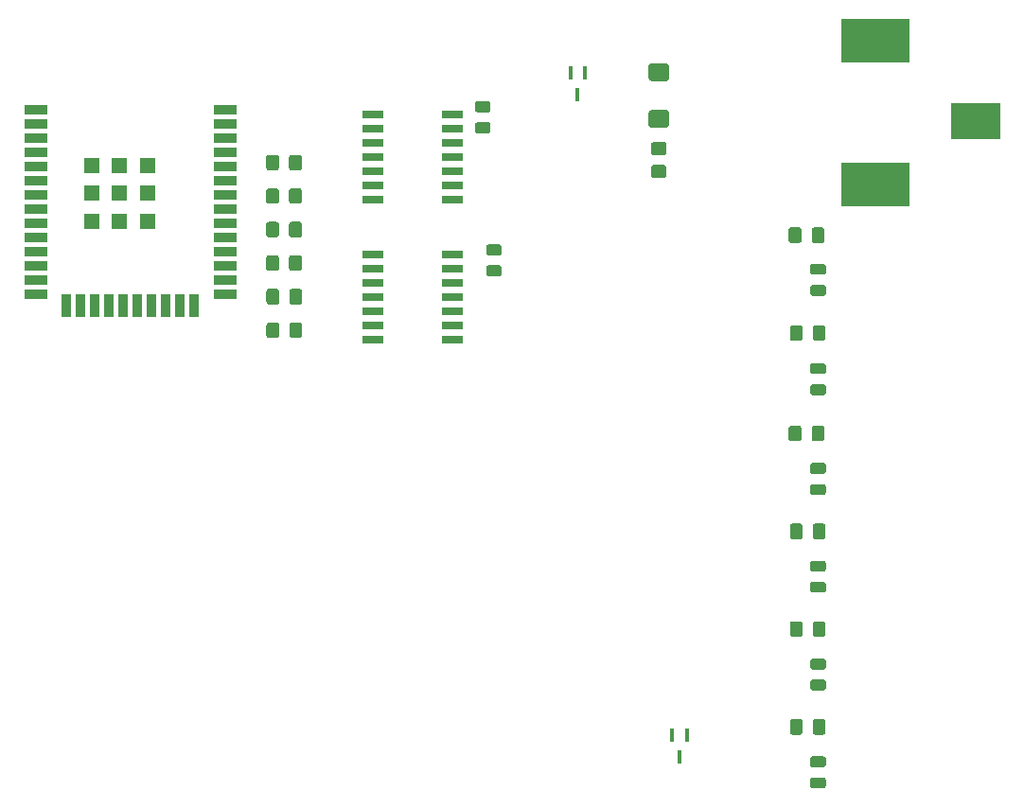
<source format=gbr>
G04 #@! TF.GenerationSoftware,KiCad,Pcbnew,(5.1.5)-3*
G04 #@! TF.CreationDate,2022-02-18T13:47:20-05:00*
G04 #@! TF.ProjectId,Motor board,4d6f746f-7220-4626-9f61-72642e6b6963,rev?*
G04 #@! TF.SameCoordinates,Original*
G04 #@! TF.FileFunction,Paste,Top*
G04 #@! TF.FilePolarity,Positive*
%FSLAX46Y46*%
G04 Gerber Fmt 4.6, Leading zero omitted, Abs format (unit mm)*
G04 Created by KiCad (PCBNEW (5.1.5)-3) date 2022-02-18 13:47:20*
%MOMM*%
%LPD*%
G04 APERTURE LIST*
%ADD10R,0.400000X1.200000*%
%ADD11R,1.825000X0.700000*%
%ADD12R,6.200000X3.900000*%
%ADD13R,4.400000X3.300000*%
%ADD14C,0.100000*%
%ADD15R,1.330000X1.330000*%
%ADD16R,2.000000X0.900000*%
%ADD17R,0.900000X2.000000*%
G04 APERTURE END LIST*
D10*
X183250000Y-83000000D03*
X181950000Y-83000000D03*
X182600000Y-84900000D03*
D11*
X162312000Y-27440000D03*
X162312000Y-28710000D03*
X162312000Y-29980000D03*
X162312000Y-31250000D03*
X162312000Y-32520000D03*
X162312000Y-33790000D03*
X162312000Y-35060000D03*
X155188000Y-35060000D03*
X155188000Y-33790000D03*
X155188000Y-32520000D03*
X155188000Y-31250000D03*
X155188000Y-29980000D03*
X155188000Y-28710000D03*
X155188000Y-27440000D03*
D12*
X200100000Y-33750000D03*
X200100000Y-20850000D03*
D13*
X209100000Y-28000000D03*
D14*
G36*
X165480142Y-28151174D02*
G01*
X165503803Y-28154684D01*
X165527007Y-28160496D01*
X165549529Y-28168554D01*
X165571153Y-28178782D01*
X165591670Y-28191079D01*
X165610883Y-28205329D01*
X165628607Y-28221393D01*
X165644671Y-28239117D01*
X165658921Y-28258330D01*
X165671218Y-28278847D01*
X165681446Y-28300471D01*
X165689504Y-28322993D01*
X165695316Y-28346197D01*
X165698826Y-28369858D01*
X165700000Y-28393750D01*
X165700000Y-28881250D01*
X165698826Y-28905142D01*
X165695316Y-28928803D01*
X165689504Y-28952007D01*
X165681446Y-28974529D01*
X165671218Y-28996153D01*
X165658921Y-29016670D01*
X165644671Y-29035883D01*
X165628607Y-29053607D01*
X165610883Y-29069671D01*
X165591670Y-29083921D01*
X165571153Y-29096218D01*
X165549529Y-29106446D01*
X165527007Y-29114504D01*
X165503803Y-29120316D01*
X165480142Y-29123826D01*
X165456250Y-29125000D01*
X164543750Y-29125000D01*
X164519858Y-29123826D01*
X164496197Y-29120316D01*
X164472993Y-29114504D01*
X164450471Y-29106446D01*
X164428847Y-29096218D01*
X164408330Y-29083921D01*
X164389117Y-29069671D01*
X164371393Y-29053607D01*
X164355329Y-29035883D01*
X164341079Y-29016670D01*
X164328782Y-28996153D01*
X164318554Y-28974529D01*
X164310496Y-28952007D01*
X164304684Y-28928803D01*
X164301174Y-28905142D01*
X164300000Y-28881250D01*
X164300000Y-28393750D01*
X164301174Y-28369858D01*
X164304684Y-28346197D01*
X164310496Y-28322993D01*
X164318554Y-28300471D01*
X164328782Y-28278847D01*
X164341079Y-28258330D01*
X164355329Y-28239117D01*
X164371393Y-28221393D01*
X164389117Y-28205329D01*
X164408330Y-28191079D01*
X164428847Y-28178782D01*
X164450471Y-28168554D01*
X164472993Y-28160496D01*
X164496197Y-28154684D01*
X164519858Y-28151174D01*
X164543750Y-28150000D01*
X165456250Y-28150000D01*
X165480142Y-28151174D01*
G37*
G36*
X165480142Y-26276174D02*
G01*
X165503803Y-26279684D01*
X165527007Y-26285496D01*
X165549529Y-26293554D01*
X165571153Y-26303782D01*
X165591670Y-26316079D01*
X165610883Y-26330329D01*
X165628607Y-26346393D01*
X165644671Y-26364117D01*
X165658921Y-26383330D01*
X165671218Y-26403847D01*
X165681446Y-26425471D01*
X165689504Y-26447993D01*
X165695316Y-26471197D01*
X165698826Y-26494858D01*
X165700000Y-26518750D01*
X165700000Y-27006250D01*
X165698826Y-27030142D01*
X165695316Y-27053803D01*
X165689504Y-27077007D01*
X165681446Y-27099529D01*
X165671218Y-27121153D01*
X165658921Y-27141670D01*
X165644671Y-27160883D01*
X165628607Y-27178607D01*
X165610883Y-27194671D01*
X165591670Y-27208921D01*
X165571153Y-27221218D01*
X165549529Y-27231446D01*
X165527007Y-27239504D01*
X165503803Y-27245316D01*
X165480142Y-27248826D01*
X165456250Y-27250000D01*
X164543750Y-27250000D01*
X164519858Y-27248826D01*
X164496197Y-27245316D01*
X164472993Y-27239504D01*
X164450471Y-27231446D01*
X164428847Y-27221218D01*
X164408330Y-27208921D01*
X164389117Y-27194671D01*
X164371393Y-27178607D01*
X164355329Y-27160883D01*
X164341079Y-27141670D01*
X164328782Y-27121153D01*
X164318554Y-27099529D01*
X164310496Y-27077007D01*
X164304684Y-27053803D01*
X164301174Y-27030142D01*
X164300000Y-27006250D01*
X164300000Y-26518750D01*
X164301174Y-26494858D01*
X164304684Y-26471197D01*
X164310496Y-26447993D01*
X164318554Y-26425471D01*
X164328782Y-26403847D01*
X164341079Y-26383330D01*
X164355329Y-26364117D01*
X164371393Y-26346393D01*
X164389117Y-26330329D01*
X164408330Y-26316079D01*
X164428847Y-26303782D01*
X164450471Y-26293554D01*
X164472993Y-26285496D01*
X164496197Y-26279684D01*
X164519858Y-26276174D01*
X164543750Y-26275000D01*
X165456250Y-26275000D01*
X165480142Y-26276174D01*
G37*
G36*
X166480142Y-39076174D02*
G01*
X166503803Y-39079684D01*
X166527007Y-39085496D01*
X166549529Y-39093554D01*
X166571153Y-39103782D01*
X166591670Y-39116079D01*
X166610883Y-39130329D01*
X166628607Y-39146393D01*
X166644671Y-39164117D01*
X166658921Y-39183330D01*
X166671218Y-39203847D01*
X166681446Y-39225471D01*
X166689504Y-39247993D01*
X166695316Y-39271197D01*
X166698826Y-39294858D01*
X166700000Y-39318750D01*
X166700000Y-39806250D01*
X166698826Y-39830142D01*
X166695316Y-39853803D01*
X166689504Y-39877007D01*
X166681446Y-39899529D01*
X166671218Y-39921153D01*
X166658921Y-39941670D01*
X166644671Y-39960883D01*
X166628607Y-39978607D01*
X166610883Y-39994671D01*
X166591670Y-40008921D01*
X166571153Y-40021218D01*
X166549529Y-40031446D01*
X166527007Y-40039504D01*
X166503803Y-40045316D01*
X166480142Y-40048826D01*
X166456250Y-40050000D01*
X165543750Y-40050000D01*
X165519858Y-40048826D01*
X165496197Y-40045316D01*
X165472993Y-40039504D01*
X165450471Y-40031446D01*
X165428847Y-40021218D01*
X165408330Y-40008921D01*
X165389117Y-39994671D01*
X165371393Y-39978607D01*
X165355329Y-39960883D01*
X165341079Y-39941670D01*
X165328782Y-39921153D01*
X165318554Y-39899529D01*
X165310496Y-39877007D01*
X165304684Y-39853803D01*
X165301174Y-39830142D01*
X165300000Y-39806250D01*
X165300000Y-39318750D01*
X165301174Y-39294858D01*
X165304684Y-39271197D01*
X165310496Y-39247993D01*
X165318554Y-39225471D01*
X165328782Y-39203847D01*
X165341079Y-39183330D01*
X165355329Y-39164117D01*
X165371393Y-39146393D01*
X165389117Y-39130329D01*
X165408330Y-39116079D01*
X165428847Y-39103782D01*
X165450471Y-39093554D01*
X165472993Y-39085496D01*
X165496197Y-39079684D01*
X165519858Y-39076174D01*
X165543750Y-39075000D01*
X166456250Y-39075000D01*
X166480142Y-39076174D01*
G37*
G36*
X166480142Y-40951174D02*
G01*
X166503803Y-40954684D01*
X166527007Y-40960496D01*
X166549529Y-40968554D01*
X166571153Y-40978782D01*
X166591670Y-40991079D01*
X166610883Y-41005329D01*
X166628607Y-41021393D01*
X166644671Y-41039117D01*
X166658921Y-41058330D01*
X166671218Y-41078847D01*
X166681446Y-41100471D01*
X166689504Y-41122993D01*
X166695316Y-41146197D01*
X166698826Y-41169858D01*
X166700000Y-41193750D01*
X166700000Y-41681250D01*
X166698826Y-41705142D01*
X166695316Y-41728803D01*
X166689504Y-41752007D01*
X166681446Y-41774529D01*
X166671218Y-41796153D01*
X166658921Y-41816670D01*
X166644671Y-41835883D01*
X166628607Y-41853607D01*
X166610883Y-41869671D01*
X166591670Y-41883921D01*
X166571153Y-41896218D01*
X166549529Y-41906446D01*
X166527007Y-41914504D01*
X166503803Y-41920316D01*
X166480142Y-41923826D01*
X166456250Y-41925000D01*
X165543750Y-41925000D01*
X165519858Y-41923826D01*
X165496197Y-41920316D01*
X165472993Y-41914504D01*
X165450471Y-41906446D01*
X165428847Y-41896218D01*
X165408330Y-41883921D01*
X165389117Y-41869671D01*
X165371393Y-41853607D01*
X165355329Y-41835883D01*
X165341079Y-41816670D01*
X165328782Y-41796153D01*
X165318554Y-41774529D01*
X165310496Y-41752007D01*
X165304684Y-41728803D01*
X165301174Y-41705142D01*
X165300000Y-41681250D01*
X165300000Y-41193750D01*
X165301174Y-41169858D01*
X165304684Y-41146197D01*
X165310496Y-41122993D01*
X165318554Y-41100471D01*
X165328782Y-41078847D01*
X165341079Y-41058330D01*
X165355329Y-41039117D01*
X165371393Y-41021393D01*
X165389117Y-41005329D01*
X165408330Y-40991079D01*
X165428847Y-40978782D01*
X165450471Y-40968554D01*
X165472993Y-40960496D01*
X165496197Y-40954684D01*
X165519858Y-40951174D01*
X165543750Y-40950000D01*
X166456250Y-40950000D01*
X166480142Y-40951174D01*
G37*
G36*
X195480142Y-42701174D02*
G01*
X195503803Y-42704684D01*
X195527007Y-42710496D01*
X195549529Y-42718554D01*
X195571153Y-42728782D01*
X195591670Y-42741079D01*
X195610883Y-42755329D01*
X195628607Y-42771393D01*
X195644671Y-42789117D01*
X195658921Y-42808330D01*
X195671218Y-42828847D01*
X195681446Y-42850471D01*
X195689504Y-42872993D01*
X195695316Y-42896197D01*
X195698826Y-42919858D01*
X195700000Y-42943750D01*
X195700000Y-43431250D01*
X195698826Y-43455142D01*
X195695316Y-43478803D01*
X195689504Y-43502007D01*
X195681446Y-43524529D01*
X195671218Y-43546153D01*
X195658921Y-43566670D01*
X195644671Y-43585883D01*
X195628607Y-43603607D01*
X195610883Y-43619671D01*
X195591670Y-43633921D01*
X195571153Y-43646218D01*
X195549529Y-43656446D01*
X195527007Y-43664504D01*
X195503803Y-43670316D01*
X195480142Y-43673826D01*
X195456250Y-43675000D01*
X194543750Y-43675000D01*
X194519858Y-43673826D01*
X194496197Y-43670316D01*
X194472993Y-43664504D01*
X194450471Y-43656446D01*
X194428847Y-43646218D01*
X194408330Y-43633921D01*
X194389117Y-43619671D01*
X194371393Y-43603607D01*
X194355329Y-43585883D01*
X194341079Y-43566670D01*
X194328782Y-43546153D01*
X194318554Y-43524529D01*
X194310496Y-43502007D01*
X194304684Y-43478803D01*
X194301174Y-43455142D01*
X194300000Y-43431250D01*
X194300000Y-42943750D01*
X194301174Y-42919858D01*
X194304684Y-42896197D01*
X194310496Y-42872993D01*
X194318554Y-42850471D01*
X194328782Y-42828847D01*
X194341079Y-42808330D01*
X194355329Y-42789117D01*
X194371393Y-42771393D01*
X194389117Y-42755329D01*
X194408330Y-42741079D01*
X194428847Y-42728782D01*
X194450471Y-42718554D01*
X194472993Y-42710496D01*
X194496197Y-42704684D01*
X194519858Y-42701174D01*
X194543750Y-42700000D01*
X195456250Y-42700000D01*
X195480142Y-42701174D01*
G37*
G36*
X195480142Y-40826174D02*
G01*
X195503803Y-40829684D01*
X195527007Y-40835496D01*
X195549529Y-40843554D01*
X195571153Y-40853782D01*
X195591670Y-40866079D01*
X195610883Y-40880329D01*
X195628607Y-40896393D01*
X195644671Y-40914117D01*
X195658921Y-40933330D01*
X195671218Y-40953847D01*
X195681446Y-40975471D01*
X195689504Y-40997993D01*
X195695316Y-41021197D01*
X195698826Y-41044858D01*
X195700000Y-41068750D01*
X195700000Y-41556250D01*
X195698826Y-41580142D01*
X195695316Y-41603803D01*
X195689504Y-41627007D01*
X195681446Y-41649529D01*
X195671218Y-41671153D01*
X195658921Y-41691670D01*
X195644671Y-41710883D01*
X195628607Y-41728607D01*
X195610883Y-41744671D01*
X195591670Y-41758921D01*
X195571153Y-41771218D01*
X195549529Y-41781446D01*
X195527007Y-41789504D01*
X195503803Y-41795316D01*
X195480142Y-41798826D01*
X195456250Y-41800000D01*
X194543750Y-41800000D01*
X194519858Y-41798826D01*
X194496197Y-41795316D01*
X194472993Y-41789504D01*
X194450471Y-41781446D01*
X194428847Y-41771218D01*
X194408330Y-41758921D01*
X194389117Y-41744671D01*
X194371393Y-41728607D01*
X194355329Y-41710883D01*
X194341079Y-41691670D01*
X194328782Y-41671153D01*
X194318554Y-41649529D01*
X194310496Y-41627007D01*
X194304684Y-41603803D01*
X194301174Y-41580142D01*
X194300000Y-41556250D01*
X194300000Y-41068750D01*
X194301174Y-41044858D01*
X194304684Y-41021197D01*
X194310496Y-40997993D01*
X194318554Y-40975471D01*
X194328782Y-40953847D01*
X194341079Y-40933330D01*
X194355329Y-40914117D01*
X194371393Y-40896393D01*
X194389117Y-40880329D01*
X194408330Y-40866079D01*
X194428847Y-40853782D01*
X194450471Y-40843554D01*
X194472993Y-40835496D01*
X194496197Y-40829684D01*
X194519858Y-40826174D01*
X194543750Y-40825000D01*
X195456250Y-40825000D01*
X195480142Y-40826174D01*
G37*
G36*
X195480142Y-49713674D02*
G01*
X195503803Y-49717184D01*
X195527007Y-49722996D01*
X195549529Y-49731054D01*
X195571153Y-49741282D01*
X195591670Y-49753579D01*
X195610883Y-49767829D01*
X195628607Y-49783893D01*
X195644671Y-49801617D01*
X195658921Y-49820830D01*
X195671218Y-49841347D01*
X195681446Y-49862971D01*
X195689504Y-49885493D01*
X195695316Y-49908697D01*
X195698826Y-49932358D01*
X195700000Y-49956250D01*
X195700000Y-50443750D01*
X195698826Y-50467642D01*
X195695316Y-50491303D01*
X195689504Y-50514507D01*
X195681446Y-50537029D01*
X195671218Y-50558653D01*
X195658921Y-50579170D01*
X195644671Y-50598383D01*
X195628607Y-50616107D01*
X195610883Y-50632171D01*
X195591670Y-50646421D01*
X195571153Y-50658718D01*
X195549529Y-50668946D01*
X195527007Y-50677004D01*
X195503803Y-50682816D01*
X195480142Y-50686326D01*
X195456250Y-50687500D01*
X194543750Y-50687500D01*
X194519858Y-50686326D01*
X194496197Y-50682816D01*
X194472993Y-50677004D01*
X194450471Y-50668946D01*
X194428847Y-50658718D01*
X194408330Y-50646421D01*
X194389117Y-50632171D01*
X194371393Y-50616107D01*
X194355329Y-50598383D01*
X194341079Y-50579170D01*
X194328782Y-50558653D01*
X194318554Y-50537029D01*
X194310496Y-50514507D01*
X194304684Y-50491303D01*
X194301174Y-50467642D01*
X194300000Y-50443750D01*
X194300000Y-49956250D01*
X194301174Y-49932358D01*
X194304684Y-49908697D01*
X194310496Y-49885493D01*
X194318554Y-49862971D01*
X194328782Y-49841347D01*
X194341079Y-49820830D01*
X194355329Y-49801617D01*
X194371393Y-49783893D01*
X194389117Y-49767829D01*
X194408330Y-49753579D01*
X194428847Y-49741282D01*
X194450471Y-49731054D01*
X194472993Y-49722996D01*
X194496197Y-49717184D01*
X194519858Y-49713674D01*
X194543750Y-49712500D01*
X195456250Y-49712500D01*
X195480142Y-49713674D01*
G37*
G36*
X195480142Y-51588674D02*
G01*
X195503803Y-51592184D01*
X195527007Y-51597996D01*
X195549529Y-51606054D01*
X195571153Y-51616282D01*
X195591670Y-51628579D01*
X195610883Y-51642829D01*
X195628607Y-51658893D01*
X195644671Y-51676617D01*
X195658921Y-51695830D01*
X195671218Y-51716347D01*
X195681446Y-51737971D01*
X195689504Y-51760493D01*
X195695316Y-51783697D01*
X195698826Y-51807358D01*
X195700000Y-51831250D01*
X195700000Y-52318750D01*
X195698826Y-52342642D01*
X195695316Y-52366303D01*
X195689504Y-52389507D01*
X195681446Y-52412029D01*
X195671218Y-52433653D01*
X195658921Y-52454170D01*
X195644671Y-52473383D01*
X195628607Y-52491107D01*
X195610883Y-52507171D01*
X195591670Y-52521421D01*
X195571153Y-52533718D01*
X195549529Y-52543946D01*
X195527007Y-52552004D01*
X195503803Y-52557816D01*
X195480142Y-52561326D01*
X195456250Y-52562500D01*
X194543750Y-52562500D01*
X194519858Y-52561326D01*
X194496197Y-52557816D01*
X194472993Y-52552004D01*
X194450471Y-52543946D01*
X194428847Y-52533718D01*
X194408330Y-52521421D01*
X194389117Y-52507171D01*
X194371393Y-52491107D01*
X194355329Y-52473383D01*
X194341079Y-52454170D01*
X194328782Y-52433653D01*
X194318554Y-52412029D01*
X194310496Y-52389507D01*
X194304684Y-52366303D01*
X194301174Y-52342642D01*
X194300000Y-52318750D01*
X194300000Y-51831250D01*
X194301174Y-51807358D01*
X194304684Y-51783697D01*
X194310496Y-51760493D01*
X194318554Y-51737971D01*
X194328782Y-51716347D01*
X194341079Y-51695830D01*
X194355329Y-51676617D01*
X194371393Y-51658893D01*
X194389117Y-51642829D01*
X194408330Y-51628579D01*
X194428847Y-51616282D01*
X194450471Y-51606054D01*
X194472993Y-51597996D01*
X194496197Y-51592184D01*
X194519858Y-51588674D01*
X194543750Y-51587500D01*
X195456250Y-51587500D01*
X195480142Y-51588674D01*
G37*
G36*
X195480142Y-60513674D02*
G01*
X195503803Y-60517184D01*
X195527007Y-60522996D01*
X195549529Y-60531054D01*
X195571153Y-60541282D01*
X195591670Y-60553579D01*
X195610883Y-60567829D01*
X195628607Y-60583893D01*
X195644671Y-60601617D01*
X195658921Y-60620830D01*
X195671218Y-60641347D01*
X195681446Y-60662971D01*
X195689504Y-60685493D01*
X195695316Y-60708697D01*
X195698826Y-60732358D01*
X195700000Y-60756250D01*
X195700000Y-61243750D01*
X195698826Y-61267642D01*
X195695316Y-61291303D01*
X195689504Y-61314507D01*
X195681446Y-61337029D01*
X195671218Y-61358653D01*
X195658921Y-61379170D01*
X195644671Y-61398383D01*
X195628607Y-61416107D01*
X195610883Y-61432171D01*
X195591670Y-61446421D01*
X195571153Y-61458718D01*
X195549529Y-61468946D01*
X195527007Y-61477004D01*
X195503803Y-61482816D01*
X195480142Y-61486326D01*
X195456250Y-61487500D01*
X194543750Y-61487500D01*
X194519858Y-61486326D01*
X194496197Y-61482816D01*
X194472993Y-61477004D01*
X194450471Y-61468946D01*
X194428847Y-61458718D01*
X194408330Y-61446421D01*
X194389117Y-61432171D01*
X194371393Y-61416107D01*
X194355329Y-61398383D01*
X194341079Y-61379170D01*
X194328782Y-61358653D01*
X194318554Y-61337029D01*
X194310496Y-61314507D01*
X194304684Y-61291303D01*
X194301174Y-61267642D01*
X194300000Y-61243750D01*
X194300000Y-60756250D01*
X194301174Y-60732358D01*
X194304684Y-60708697D01*
X194310496Y-60685493D01*
X194318554Y-60662971D01*
X194328782Y-60641347D01*
X194341079Y-60620830D01*
X194355329Y-60601617D01*
X194371393Y-60583893D01*
X194389117Y-60567829D01*
X194408330Y-60553579D01*
X194428847Y-60541282D01*
X194450471Y-60531054D01*
X194472993Y-60522996D01*
X194496197Y-60517184D01*
X194519858Y-60513674D01*
X194543750Y-60512500D01*
X195456250Y-60512500D01*
X195480142Y-60513674D01*
G37*
G36*
X195480142Y-58638674D02*
G01*
X195503803Y-58642184D01*
X195527007Y-58647996D01*
X195549529Y-58656054D01*
X195571153Y-58666282D01*
X195591670Y-58678579D01*
X195610883Y-58692829D01*
X195628607Y-58708893D01*
X195644671Y-58726617D01*
X195658921Y-58745830D01*
X195671218Y-58766347D01*
X195681446Y-58787971D01*
X195689504Y-58810493D01*
X195695316Y-58833697D01*
X195698826Y-58857358D01*
X195700000Y-58881250D01*
X195700000Y-59368750D01*
X195698826Y-59392642D01*
X195695316Y-59416303D01*
X195689504Y-59439507D01*
X195681446Y-59462029D01*
X195671218Y-59483653D01*
X195658921Y-59504170D01*
X195644671Y-59523383D01*
X195628607Y-59541107D01*
X195610883Y-59557171D01*
X195591670Y-59571421D01*
X195571153Y-59583718D01*
X195549529Y-59593946D01*
X195527007Y-59602004D01*
X195503803Y-59607816D01*
X195480142Y-59611326D01*
X195456250Y-59612500D01*
X194543750Y-59612500D01*
X194519858Y-59611326D01*
X194496197Y-59607816D01*
X194472993Y-59602004D01*
X194450471Y-59593946D01*
X194428847Y-59583718D01*
X194408330Y-59571421D01*
X194389117Y-59557171D01*
X194371393Y-59541107D01*
X194355329Y-59523383D01*
X194341079Y-59504170D01*
X194328782Y-59483653D01*
X194318554Y-59462029D01*
X194310496Y-59439507D01*
X194304684Y-59416303D01*
X194301174Y-59392642D01*
X194300000Y-59368750D01*
X194300000Y-58881250D01*
X194301174Y-58857358D01*
X194304684Y-58833697D01*
X194310496Y-58810493D01*
X194318554Y-58787971D01*
X194328782Y-58766347D01*
X194341079Y-58745830D01*
X194355329Y-58726617D01*
X194371393Y-58708893D01*
X194389117Y-58692829D01*
X194408330Y-58678579D01*
X194428847Y-58666282D01*
X194450471Y-58656054D01*
X194472993Y-58647996D01*
X194496197Y-58642184D01*
X194519858Y-58638674D01*
X194543750Y-58637500D01*
X195456250Y-58637500D01*
X195480142Y-58638674D01*
G37*
G36*
X195480142Y-67388674D02*
G01*
X195503803Y-67392184D01*
X195527007Y-67397996D01*
X195549529Y-67406054D01*
X195571153Y-67416282D01*
X195591670Y-67428579D01*
X195610883Y-67442829D01*
X195628607Y-67458893D01*
X195644671Y-67476617D01*
X195658921Y-67495830D01*
X195671218Y-67516347D01*
X195681446Y-67537971D01*
X195689504Y-67560493D01*
X195695316Y-67583697D01*
X195698826Y-67607358D01*
X195700000Y-67631250D01*
X195700000Y-68118750D01*
X195698826Y-68142642D01*
X195695316Y-68166303D01*
X195689504Y-68189507D01*
X195681446Y-68212029D01*
X195671218Y-68233653D01*
X195658921Y-68254170D01*
X195644671Y-68273383D01*
X195628607Y-68291107D01*
X195610883Y-68307171D01*
X195591670Y-68321421D01*
X195571153Y-68333718D01*
X195549529Y-68343946D01*
X195527007Y-68352004D01*
X195503803Y-68357816D01*
X195480142Y-68361326D01*
X195456250Y-68362500D01*
X194543750Y-68362500D01*
X194519858Y-68361326D01*
X194496197Y-68357816D01*
X194472993Y-68352004D01*
X194450471Y-68343946D01*
X194428847Y-68333718D01*
X194408330Y-68321421D01*
X194389117Y-68307171D01*
X194371393Y-68291107D01*
X194355329Y-68273383D01*
X194341079Y-68254170D01*
X194328782Y-68233653D01*
X194318554Y-68212029D01*
X194310496Y-68189507D01*
X194304684Y-68166303D01*
X194301174Y-68142642D01*
X194300000Y-68118750D01*
X194300000Y-67631250D01*
X194301174Y-67607358D01*
X194304684Y-67583697D01*
X194310496Y-67560493D01*
X194318554Y-67537971D01*
X194328782Y-67516347D01*
X194341079Y-67495830D01*
X194355329Y-67476617D01*
X194371393Y-67458893D01*
X194389117Y-67442829D01*
X194408330Y-67428579D01*
X194428847Y-67416282D01*
X194450471Y-67406054D01*
X194472993Y-67397996D01*
X194496197Y-67392184D01*
X194519858Y-67388674D01*
X194543750Y-67387500D01*
X195456250Y-67387500D01*
X195480142Y-67388674D01*
G37*
G36*
X195480142Y-69263674D02*
G01*
X195503803Y-69267184D01*
X195527007Y-69272996D01*
X195549529Y-69281054D01*
X195571153Y-69291282D01*
X195591670Y-69303579D01*
X195610883Y-69317829D01*
X195628607Y-69333893D01*
X195644671Y-69351617D01*
X195658921Y-69370830D01*
X195671218Y-69391347D01*
X195681446Y-69412971D01*
X195689504Y-69435493D01*
X195695316Y-69458697D01*
X195698826Y-69482358D01*
X195700000Y-69506250D01*
X195700000Y-69993750D01*
X195698826Y-70017642D01*
X195695316Y-70041303D01*
X195689504Y-70064507D01*
X195681446Y-70087029D01*
X195671218Y-70108653D01*
X195658921Y-70129170D01*
X195644671Y-70148383D01*
X195628607Y-70166107D01*
X195610883Y-70182171D01*
X195591670Y-70196421D01*
X195571153Y-70208718D01*
X195549529Y-70218946D01*
X195527007Y-70227004D01*
X195503803Y-70232816D01*
X195480142Y-70236326D01*
X195456250Y-70237500D01*
X194543750Y-70237500D01*
X194519858Y-70236326D01*
X194496197Y-70232816D01*
X194472993Y-70227004D01*
X194450471Y-70218946D01*
X194428847Y-70208718D01*
X194408330Y-70196421D01*
X194389117Y-70182171D01*
X194371393Y-70166107D01*
X194355329Y-70148383D01*
X194341079Y-70129170D01*
X194328782Y-70108653D01*
X194318554Y-70087029D01*
X194310496Y-70064507D01*
X194304684Y-70041303D01*
X194301174Y-70017642D01*
X194300000Y-69993750D01*
X194300000Y-69506250D01*
X194301174Y-69482358D01*
X194304684Y-69458697D01*
X194310496Y-69435493D01*
X194318554Y-69412971D01*
X194328782Y-69391347D01*
X194341079Y-69370830D01*
X194355329Y-69351617D01*
X194371393Y-69333893D01*
X194389117Y-69317829D01*
X194408330Y-69303579D01*
X194428847Y-69291282D01*
X194450471Y-69281054D01*
X194472993Y-69272996D01*
X194496197Y-69267184D01*
X194519858Y-69263674D01*
X194543750Y-69262500D01*
X195456250Y-69262500D01*
X195480142Y-69263674D01*
G37*
G36*
X195480142Y-78013674D02*
G01*
X195503803Y-78017184D01*
X195527007Y-78022996D01*
X195549529Y-78031054D01*
X195571153Y-78041282D01*
X195591670Y-78053579D01*
X195610883Y-78067829D01*
X195628607Y-78083893D01*
X195644671Y-78101617D01*
X195658921Y-78120830D01*
X195671218Y-78141347D01*
X195681446Y-78162971D01*
X195689504Y-78185493D01*
X195695316Y-78208697D01*
X195698826Y-78232358D01*
X195700000Y-78256250D01*
X195700000Y-78743750D01*
X195698826Y-78767642D01*
X195695316Y-78791303D01*
X195689504Y-78814507D01*
X195681446Y-78837029D01*
X195671218Y-78858653D01*
X195658921Y-78879170D01*
X195644671Y-78898383D01*
X195628607Y-78916107D01*
X195610883Y-78932171D01*
X195591670Y-78946421D01*
X195571153Y-78958718D01*
X195549529Y-78968946D01*
X195527007Y-78977004D01*
X195503803Y-78982816D01*
X195480142Y-78986326D01*
X195456250Y-78987500D01*
X194543750Y-78987500D01*
X194519858Y-78986326D01*
X194496197Y-78982816D01*
X194472993Y-78977004D01*
X194450471Y-78968946D01*
X194428847Y-78958718D01*
X194408330Y-78946421D01*
X194389117Y-78932171D01*
X194371393Y-78916107D01*
X194355329Y-78898383D01*
X194341079Y-78879170D01*
X194328782Y-78858653D01*
X194318554Y-78837029D01*
X194310496Y-78814507D01*
X194304684Y-78791303D01*
X194301174Y-78767642D01*
X194300000Y-78743750D01*
X194300000Y-78256250D01*
X194301174Y-78232358D01*
X194304684Y-78208697D01*
X194310496Y-78185493D01*
X194318554Y-78162971D01*
X194328782Y-78141347D01*
X194341079Y-78120830D01*
X194355329Y-78101617D01*
X194371393Y-78083893D01*
X194389117Y-78067829D01*
X194408330Y-78053579D01*
X194428847Y-78041282D01*
X194450471Y-78031054D01*
X194472993Y-78022996D01*
X194496197Y-78017184D01*
X194519858Y-78013674D01*
X194543750Y-78012500D01*
X195456250Y-78012500D01*
X195480142Y-78013674D01*
G37*
G36*
X195480142Y-76138674D02*
G01*
X195503803Y-76142184D01*
X195527007Y-76147996D01*
X195549529Y-76156054D01*
X195571153Y-76166282D01*
X195591670Y-76178579D01*
X195610883Y-76192829D01*
X195628607Y-76208893D01*
X195644671Y-76226617D01*
X195658921Y-76245830D01*
X195671218Y-76266347D01*
X195681446Y-76287971D01*
X195689504Y-76310493D01*
X195695316Y-76333697D01*
X195698826Y-76357358D01*
X195700000Y-76381250D01*
X195700000Y-76868750D01*
X195698826Y-76892642D01*
X195695316Y-76916303D01*
X195689504Y-76939507D01*
X195681446Y-76962029D01*
X195671218Y-76983653D01*
X195658921Y-77004170D01*
X195644671Y-77023383D01*
X195628607Y-77041107D01*
X195610883Y-77057171D01*
X195591670Y-77071421D01*
X195571153Y-77083718D01*
X195549529Y-77093946D01*
X195527007Y-77102004D01*
X195503803Y-77107816D01*
X195480142Y-77111326D01*
X195456250Y-77112500D01*
X194543750Y-77112500D01*
X194519858Y-77111326D01*
X194496197Y-77107816D01*
X194472993Y-77102004D01*
X194450471Y-77093946D01*
X194428847Y-77083718D01*
X194408330Y-77071421D01*
X194389117Y-77057171D01*
X194371393Y-77041107D01*
X194355329Y-77023383D01*
X194341079Y-77004170D01*
X194328782Y-76983653D01*
X194318554Y-76962029D01*
X194310496Y-76939507D01*
X194304684Y-76916303D01*
X194301174Y-76892642D01*
X194300000Y-76868750D01*
X194300000Y-76381250D01*
X194301174Y-76357358D01*
X194304684Y-76333697D01*
X194310496Y-76310493D01*
X194318554Y-76287971D01*
X194328782Y-76266347D01*
X194341079Y-76245830D01*
X194355329Y-76226617D01*
X194371393Y-76208893D01*
X194389117Y-76192829D01*
X194408330Y-76178579D01*
X194428847Y-76166282D01*
X194450471Y-76156054D01*
X194472993Y-76147996D01*
X194496197Y-76142184D01*
X194519858Y-76138674D01*
X194543750Y-76137500D01*
X195456250Y-76137500D01*
X195480142Y-76138674D01*
G37*
G36*
X195480142Y-84888674D02*
G01*
X195503803Y-84892184D01*
X195527007Y-84897996D01*
X195549529Y-84906054D01*
X195571153Y-84916282D01*
X195591670Y-84928579D01*
X195610883Y-84942829D01*
X195628607Y-84958893D01*
X195644671Y-84976617D01*
X195658921Y-84995830D01*
X195671218Y-85016347D01*
X195681446Y-85037971D01*
X195689504Y-85060493D01*
X195695316Y-85083697D01*
X195698826Y-85107358D01*
X195700000Y-85131250D01*
X195700000Y-85618750D01*
X195698826Y-85642642D01*
X195695316Y-85666303D01*
X195689504Y-85689507D01*
X195681446Y-85712029D01*
X195671218Y-85733653D01*
X195658921Y-85754170D01*
X195644671Y-85773383D01*
X195628607Y-85791107D01*
X195610883Y-85807171D01*
X195591670Y-85821421D01*
X195571153Y-85833718D01*
X195549529Y-85843946D01*
X195527007Y-85852004D01*
X195503803Y-85857816D01*
X195480142Y-85861326D01*
X195456250Y-85862500D01*
X194543750Y-85862500D01*
X194519858Y-85861326D01*
X194496197Y-85857816D01*
X194472993Y-85852004D01*
X194450471Y-85843946D01*
X194428847Y-85833718D01*
X194408330Y-85821421D01*
X194389117Y-85807171D01*
X194371393Y-85791107D01*
X194355329Y-85773383D01*
X194341079Y-85754170D01*
X194328782Y-85733653D01*
X194318554Y-85712029D01*
X194310496Y-85689507D01*
X194304684Y-85666303D01*
X194301174Y-85642642D01*
X194300000Y-85618750D01*
X194300000Y-85131250D01*
X194301174Y-85107358D01*
X194304684Y-85083697D01*
X194310496Y-85060493D01*
X194318554Y-85037971D01*
X194328782Y-85016347D01*
X194341079Y-84995830D01*
X194355329Y-84976617D01*
X194371393Y-84958893D01*
X194389117Y-84942829D01*
X194408330Y-84928579D01*
X194428847Y-84916282D01*
X194450471Y-84906054D01*
X194472993Y-84897996D01*
X194496197Y-84892184D01*
X194519858Y-84888674D01*
X194543750Y-84887500D01*
X195456250Y-84887500D01*
X195480142Y-84888674D01*
G37*
G36*
X195480142Y-86763674D02*
G01*
X195503803Y-86767184D01*
X195527007Y-86772996D01*
X195549529Y-86781054D01*
X195571153Y-86791282D01*
X195591670Y-86803579D01*
X195610883Y-86817829D01*
X195628607Y-86833893D01*
X195644671Y-86851617D01*
X195658921Y-86870830D01*
X195671218Y-86891347D01*
X195681446Y-86912971D01*
X195689504Y-86935493D01*
X195695316Y-86958697D01*
X195698826Y-86982358D01*
X195700000Y-87006250D01*
X195700000Y-87493750D01*
X195698826Y-87517642D01*
X195695316Y-87541303D01*
X195689504Y-87564507D01*
X195681446Y-87587029D01*
X195671218Y-87608653D01*
X195658921Y-87629170D01*
X195644671Y-87648383D01*
X195628607Y-87666107D01*
X195610883Y-87682171D01*
X195591670Y-87696421D01*
X195571153Y-87708718D01*
X195549529Y-87718946D01*
X195527007Y-87727004D01*
X195503803Y-87732816D01*
X195480142Y-87736326D01*
X195456250Y-87737500D01*
X194543750Y-87737500D01*
X194519858Y-87736326D01*
X194496197Y-87732816D01*
X194472993Y-87727004D01*
X194450471Y-87718946D01*
X194428847Y-87708718D01*
X194408330Y-87696421D01*
X194389117Y-87682171D01*
X194371393Y-87666107D01*
X194355329Y-87648383D01*
X194341079Y-87629170D01*
X194328782Y-87608653D01*
X194318554Y-87587029D01*
X194310496Y-87564507D01*
X194304684Y-87541303D01*
X194301174Y-87517642D01*
X194300000Y-87493750D01*
X194300000Y-87006250D01*
X194301174Y-86982358D01*
X194304684Y-86958697D01*
X194310496Y-86935493D01*
X194318554Y-86912971D01*
X194328782Y-86891347D01*
X194341079Y-86870830D01*
X194355329Y-86851617D01*
X194371393Y-86833893D01*
X194389117Y-86817829D01*
X194408330Y-86803579D01*
X194428847Y-86791282D01*
X194450471Y-86781054D01*
X194472993Y-86772996D01*
X194496197Y-86767184D01*
X194519858Y-86763674D01*
X194543750Y-86762500D01*
X195456250Y-86762500D01*
X195480142Y-86763674D01*
G37*
G36*
X181424505Y-27051204D02*
G01*
X181448773Y-27054804D01*
X181472572Y-27060765D01*
X181495671Y-27069030D01*
X181517850Y-27079520D01*
X181538893Y-27092132D01*
X181558599Y-27106747D01*
X181576777Y-27123223D01*
X181593253Y-27141401D01*
X181607868Y-27161107D01*
X181620480Y-27182150D01*
X181630970Y-27204329D01*
X181639235Y-27227428D01*
X181645196Y-27251227D01*
X181648796Y-27275495D01*
X181650000Y-27299999D01*
X181650000Y-28375001D01*
X181648796Y-28399505D01*
X181645196Y-28423773D01*
X181639235Y-28447572D01*
X181630970Y-28470671D01*
X181620480Y-28492850D01*
X181607868Y-28513893D01*
X181593253Y-28533599D01*
X181576777Y-28551777D01*
X181558599Y-28568253D01*
X181538893Y-28582868D01*
X181517850Y-28595480D01*
X181495671Y-28605970D01*
X181472572Y-28614235D01*
X181448773Y-28620196D01*
X181424505Y-28623796D01*
X181400001Y-28625000D01*
X180099999Y-28625000D01*
X180075495Y-28623796D01*
X180051227Y-28620196D01*
X180027428Y-28614235D01*
X180004329Y-28605970D01*
X179982150Y-28595480D01*
X179961107Y-28582868D01*
X179941401Y-28568253D01*
X179923223Y-28551777D01*
X179906747Y-28533599D01*
X179892132Y-28513893D01*
X179879520Y-28492850D01*
X179869030Y-28470671D01*
X179860765Y-28447572D01*
X179854804Y-28423773D01*
X179851204Y-28399505D01*
X179850000Y-28375001D01*
X179850000Y-27299999D01*
X179851204Y-27275495D01*
X179854804Y-27251227D01*
X179860765Y-27227428D01*
X179869030Y-27204329D01*
X179879520Y-27182150D01*
X179892132Y-27161107D01*
X179906747Y-27141401D01*
X179923223Y-27123223D01*
X179941401Y-27106747D01*
X179961107Y-27092132D01*
X179982150Y-27079520D01*
X180004329Y-27069030D01*
X180027428Y-27060765D01*
X180051227Y-27054804D01*
X180075495Y-27051204D01*
X180099999Y-27050000D01*
X181400001Y-27050000D01*
X181424505Y-27051204D01*
G37*
G36*
X181424505Y-22876204D02*
G01*
X181448773Y-22879804D01*
X181472572Y-22885765D01*
X181495671Y-22894030D01*
X181517850Y-22904520D01*
X181538893Y-22917132D01*
X181558599Y-22931747D01*
X181576777Y-22948223D01*
X181593253Y-22966401D01*
X181607868Y-22986107D01*
X181620480Y-23007150D01*
X181630970Y-23029329D01*
X181639235Y-23052428D01*
X181645196Y-23076227D01*
X181648796Y-23100495D01*
X181650000Y-23124999D01*
X181650000Y-24200001D01*
X181648796Y-24224505D01*
X181645196Y-24248773D01*
X181639235Y-24272572D01*
X181630970Y-24295671D01*
X181620480Y-24317850D01*
X181607868Y-24338893D01*
X181593253Y-24358599D01*
X181576777Y-24376777D01*
X181558599Y-24393253D01*
X181538893Y-24407868D01*
X181517850Y-24420480D01*
X181495671Y-24430970D01*
X181472572Y-24439235D01*
X181448773Y-24445196D01*
X181424505Y-24448796D01*
X181400001Y-24450000D01*
X180099999Y-24450000D01*
X180075495Y-24448796D01*
X180051227Y-24445196D01*
X180027428Y-24439235D01*
X180004329Y-24430970D01*
X179982150Y-24420480D01*
X179961107Y-24407868D01*
X179941401Y-24393253D01*
X179923223Y-24376777D01*
X179906747Y-24358599D01*
X179892132Y-24338893D01*
X179879520Y-24317850D01*
X179869030Y-24295671D01*
X179860765Y-24272572D01*
X179854804Y-24248773D01*
X179851204Y-24224505D01*
X179850000Y-24200001D01*
X179850000Y-23124999D01*
X179851204Y-23100495D01*
X179854804Y-23076227D01*
X179860765Y-23052428D01*
X179869030Y-23029329D01*
X179879520Y-23007150D01*
X179892132Y-22986107D01*
X179906747Y-22966401D01*
X179923223Y-22948223D01*
X179941401Y-22931747D01*
X179961107Y-22917132D01*
X179982150Y-22904520D01*
X180004329Y-22894030D01*
X180027428Y-22885765D01*
X180051227Y-22879804D01*
X180075495Y-22876204D01*
X180099999Y-22875000D01*
X181400001Y-22875000D01*
X181424505Y-22876204D01*
G37*
D15*
X135000000Y-37000000D03*
X135000000Y-34500000D03*
X135000000Y-32000000D03*
X132500000Y-32000000D03*
X132500000Y-34500000D03*
X132500000Y-37000000D03*
X130000000Y-37000000D03*
X130000000Y-34500000D03*
X130000000Y-32000000D03*
D16*
X142000000Y-27000000D03*
X142000000Y-28270000D03*
X142000000Y-29540000D03*
X142000000Y-30810000D03*
X142000000Y-32080000D03*
X142000000Y-33350000D03*
X142000000Y-34620000D03*
X142000000Y-35890000D03*
X142000000Y-37160000D03*
X142000000Y-38430000D03*
X142000000Y-39700000D03*
X142000000Y-40970000D03*
X142000000Y-42240000D03*
X142000000Y-43510000D03*
D17*
X139215000Y-44510000D03*
X137945000Y-44510000D03*
X136675000Y-44510000D03*
X135405000Y-44510000D03*
X134135000Y-44510000D03*
X132865000Y-44510000D03*
X131595000Y-44510000D03*
X130325000Y-44510000D03*
X129055000Y-44510000D03*
X127785000Y-44510000D03*
D16*
X125000000Y-43510000D03*
X125000000Y-42240000D03*
X125000000Y-40970000D03*
X125000000Y-39700000D03*
X125000000Y-38430000D03*
X125000000Y-37160000D03*
X125000000Y-35890000D03*
X125000000Y-34620000D03*
X125000000Y-33350000D03*
X125000000Y-32080000D03*
X125000000Y-30810000D03*
X125000000Y-29540000D03*
X125000000Y-28270000D03*
X125000000Y-27000000D03*
D10*
X173500000Y-25650000D03*
X172850000Y-23750000D03*
X174150000Y-23750000D03*
D11*
X155188000Y-39940000D03*
X155188000Y-41210000D03*
X155188000Y-42480000D03*
X155188000Y-43750000D03*
X155188000Y-45020000D03*
X155188000Y-46290000D03*
X155188000Y-47560000D03*
X162312000Y-47560000D03*
X162312000Y-46290000D03*
X162312000Y-45020000D03*
X162312000Y-43750000D03*
X162312000Y-42480000D03*
X162312000Y-41210000D03*
X162312000Y-39940000D03*
D14*
G36*
X148624505Y-46051204D02*
G01*
X148648773Y-46054804D01*
X148672572Y-46060765D01*
X148695671Y-46069030D01*
X148717850Y-46079520D01*
X148738893Y-46092132D01*
X148758599Y-46106747D01*
X148776777Y-46123223D01*
X148793253Y-46141401D01*
X148807868Y-46161107D01*
X148820480Y-46182150D01*
X148830970Y-46204329D01*
X148839235Y-46227428D01*
X148845196Y-46251227D01*
X148848796Y-46275495D01*
X148850000Y-46299999D01*
X148850000Y-47200001D01*
X148848796Y-47224505D01*
X148845196Y-47248773D01*
X148839235Y-47272572D01*
X148830970Y-47295671D01*
X148820480Y-47317850D01*
X148807868Y-47338893D01*
X148793253Y-47358599D01*
X148776777Y-47376777D01*
X148758599Y-47393253D01*
X148738893Y-47407868D01*
X148717850Y-47420480D01*
X148695671Y-47430970D01*
X148672572Y-47439235D01*
X148648773Y-47445196D01*
X148624505Y-47448796D01*
X148600001Y-47450000D01*
X147949999Y-47450000D01*
X147925495Y-47448796D01*
X147901227Y-47445196D01*
X147877428Y-47439235D01*
X147854329Y-47430970D01*
X147832150Y-47420480D01*
X147811107Y-47407868D01*
X147791401Y-47393253D01*
X147773223Y-47376777D01*
X147756747Y-47358599D01*
X147742132Y-47338893D01*
X147729520Y-47317850D01*
X147719030Y-47295671D01*
X147710765Y-47272572D01*
X147704804Y-47248773D01*
X147701204Y-47224505D01*
X147700000Y-47200001D01*
X147700000Y-46299999D01*
X147701204Y-46275495D01*
X147704804Y-46251227D01*
X147710765Y-46227428D01*
X147719030Y-46204329D01*
X147729520Y-46182150D01*
X147742132Y-46161107D01*
X147756747Y-46141401D01*
X147773223Y-46123223D01*
X147791401Y-46106747D01*
X147811107Y-46092132D01*
X147832150Y-46079520D01*
X147854329Y-46069030D01*
X147877428Y-46060765D01*
X147901227Y-46054804D01*
X147925495Y-46051204D01*
X147949999Y-46050000D01*
X148600001Y-46050000D01*
X148624505Y-46051204D01*
G37*
G36*
X146574505Y-46051204D02*
G01*
X146598773Y-46054804D01*
X146622572Y-46060765D01*
X146645671Y-46069030D01*
X146667850Y-46079520D01*
X146688893Y-46092132D01*
X146708599Y-46106747D01*
X146726777Y-46123223D01*
X146743253Y-46141401D01*
X146757868Y-46161107D01*
X146770480Y-46182150D01*
X146780970Y-46204329D01*
X146789235Y-46227428D01*
X146795196Y-46251227D01*
X146798796Y-46275495D01*
X146800000Y-46299999D01*
X146800000Y-47200001D01*
X146798796Y-47224505D01*
X146795196Y-47248773D01*
X146789235Y-47272572D01*
X146780970Y-47295671D01*
X146770480Y-47317850D01*
X146757868Y-47338893D01*
X146743253Y-47358599D01*
X146726777Y-47376777D01*
X146708599Y-47393253D01*
X146688893Y-47407868D01*
X146667850Y-47420480D01*
X146645671Y-47430970D01*
X146622572Y-47439235D01*
X146598773Y-47445196D01*
X146574505Y-47448796D01*
X146550001Y-47450000D01*
X145899999Y-47450000D01*
X145875495Y-47448796D01*
X145851227Y-47445196D01*
X145827428Y-47439235D01*
X145804329Y-47430970D01*
X145782150Y-47420480D01*
X145761107Y-47407868D01*
X145741401Y-47393253D01*
X145723223Y-47376777D01*
X145706747Y-47358599D01*
X145692132Y-47338893D01*
X145679520Y-47317850D01*
X145669030Y-47295671D01*
X145660765Y-47272572D01*
X145654804Y-47248773D01*
X145651204Y-47224505D01*
X145650000Y-47200001D01*
X145650000Y-46299999D01*
X145651204Y-46275495D01*
X145654804Y-46251227D01*
X145660765Y-46227428D01*
X145669030Y-46204329D01*
X145679520Y-46182150D01*
X145692132Y-46161107D01*
X145706747Y-46141401D01*
X145723223Y-46123223D01*
X145741401Y-46106747D01*
X145761107Y-46092132D01*
X145782150Y-46079520D01*
X145804329Y-46069030D01*
X145827428Y-46060765D01*
X145851227Y-46054804D01*
X145875495Y-46051204D01*
X145899999Y-46050000D01*
X146550001Y-46050000D01*
X146574505Y-46051204D01*
G37*
G36*
X146574505Y-43051204D02*
G01*
X146598773Y-43054804D01*
X146622572Y-43060765D01*
X146645671Y-43069030D01*
X146667850Y-43079520D01*
X146688893Y-43092132D01*
X146708599Y-43106747D01*
X146726777Y-43123223D01*
X146743253Y-43141401D01*
X146757868Y-43161107D01*
X146770480Y-43182150D01*
X146780970Y-43204329D01*
X146789235Y-43227428D01*
X146795196Y-43251227D01*
X146798796Y-43275495D01*
X146800000Y-43299999D01*
X146800000Y-44200001D01*
X146798796Y-44224505D01*
X146795196Y-44248773D01*
X146789235Y-44272572D01*
X146780970Y-44295671D01*
X146770480Y-44317850D01*
X146757868Y-44338893D01*
X146743253Y-44358599D01*
X146726777Y-44376777D01*
X146708599Y-44393253D01*
X146688893Y-44407868D01*
X146667850Y-44420480D01*
X146645671Y-44430970D01*
X146622572Y-44439235D01*
X146598773Y-44445196D01*
X146574505Y-44448796D01*
X146550001Y-44450000D01*
X145899999Y-44450000D01*
X145875495Y-44448796D01*
X145851227Y-44445196D01*
X145827428Y-44439235D01*
X145804329Y-44430970D01*
X145782150Y-44420480D01*
X145761107Y-44407868D01*
X145741401Y-44393253D01*
X145723223Y-44376777D01*
X145706747Y-44358599D01*
X145692132Y-44338893D01*
X145679520Y-44317850D01*
X145669030Y-44295671D01*
X145660765Y-44272572D01*
X145654804Y-44248773D01*
X145651204Y-44224505D01*
X145650000Y-44200001D01*
X145650000Y-43299999D01*
X145651204Y-43275495D01*
X145654804Y-43251227D01*
X145660765Y-43227428D01*
X145669030Y-43204329D01*
X145679520Y-43182150D01*
X145692132Y-43161107D01*
X145706747Y-43141401D01*
X145723223Y-43123223D01*
X145741401Y-43106747D01*
X145761107Y-43092132D01*
X145782150Y-43079520D01*
X145804329Y-43069030D01*
X145827428Y-43060765D01*
X145851227Y-43054804D01*
X145875495Y-43051204D01*
X145899999Y-43050000D01*
X146550001Y-43050000D01*
X146574505Y-43051204D01*
G37*
G36*
X148624505Y-43051204D02*
G01*
X148648773Y-43054804D01*
X148672572Y-43060765D01*
X148695671Y-43069030D01*
X148717850Y-43079520D01*
X148738893Y-43092132D01*
X148758599Y-43106747D01*
X148776777Y-43123223D01*
X148793253Y-43141401D01*
X148807868Y-43161107D01*
X148820480Y-43182150D01*
X148830970Y-43204329D01*
X148839235Y-43227428D01*
X148845196Y-43251227D01*
X148848796Y-43275495D01*
X148850000Y-43299999D01*
X148850000Y-44200001D01*
X148848796Y-44224505D01*
X148845196Y-44248773D01*
X148839235Y-44272572D01*
X148830970Y-44295671D01*
X148820480Y-44317850D01*
X148807868Y-44338893D01*
X148793253Y-44358599D01*
X148776777Y-44376777D01*
X148758599Y-44393253D01*
X148738893Y-44407868D01*
X148717850Y-44420480D01*
X148695671Y-44430970D01*
X148672572Y-44439235D01*
X148648773Y-44445196D01*
X148624505Y-44448796D01*
X148600001Y-44450000D01*
X147949999Y-44450000D01*
X147925495Y-44448796D01*
X147901227Y-44445196D01*
X147877428Y-44439235D01*
X147854329Y-44430970D01*
X147832150Y-44420480D01*
X147811107Y-44407868D01*
X147791401Y-44393253D01*
X147773223Y-44376777D01*
X147756747Y-44358599D01*
X147742132Y-44338893D01*
X147729520Y-44317850D01*
X147719030Y-44295671D01*
X147710765Y-44272572D01*
X147704804Y-44248773D01*
X147701204Y-44224505D01*
X147700000Y-44200001D01*
X147700000Y-43299999D01*
X147701204Y-43275495D01*
X147704804Y-43251227D01*
X147710765Y-43227428D01*
X147719030Y-43204329D01*
X147729520Y-43182150D01*
X147742132Y-43161107D01*
X147756747Y-43141401D01*
X147773223Y-43123223D01*
X147791401Y-43106747D01*
X147811107Y-43092132D01*
X147832150Y-43079520D01*
X147854329Y-43069030D01*
X147877428Y-43060765D01*
X147901227Y-43054804D01*
X147925495Y-43051204D01*
X147949999Y-43050000D01*
X148600001Y-43050000D01*
X148624505Y-43051204D01*
G37*
G36*
X148599505Y-40051204D02*
G01*
X148623773Y-40054804D01*
X148647572Y-40060765D01*
X148670671Y-40069030D01*
X148692850Y-40079520D01*
X148713893Y-40092132D01*
X148733599Y-40106747D01*
X148751777Y-40123223D01*
X148768253Y-40141401D01*
X148782868Y-40161107D01*
X148795480Y-40182150D01*
X148805970Y-40204329D01*
X148814235Y-40227428D01*
X148820196Y-40251227D01*
X148823796Y-40275495D01*
X148825000Y-40299999D01*
X148825000Y-41200001D01*
X148823796Y-41224505D01*
X148820196Y-41248773D01*
X148814235Y-41272572D01*
X148805970Y-41295671D01*
X148795480Y-41317850D01*
X148782868Y-41338893D01*
X148768253Y-41358599D01*
X148751777Y-41376777D01*
X148733599Y-41393253D01*
X148713893Y-41407868D01*
X148692850Y-41420480D01*
X148670671Y-41430970D01*
X148647572Y-41439235D01*
X148623773Y-41445196D01*
X148599505Y-41448796D01*
X148575001Y-41450000D01*
X147924999Y-41450000D01*
X147900495Y-41448796D01*
X147876227Y-41445196D01*
X147852428Y-41439235D01*
X147829329Y-41430970D01*
X147807150Y-41420480D01*
X147786107Y-41407868D01*
X147766401Y-41393253D01*
X147748223Y-41376777D01*
X147731747Y-41358599D01*
X147717132Y-41338893D01*
X147704520Y-41317850D01*
X147694030Y-41295671D01*
X147685765Y-41272572D01*
X147679804Y-41248773D01*
X147676204Y-41224505D01*
X147675000Y-41200001D01*
X147675000Y-40299999D01*
X147676204Y-40275495D01*
X147679804Y-40251227D01*
X147685765Y-40227428D01*
X147694030Y-40204329D01*
X147704520Y-40182150D01*
X147717132Y-40161107D01*
X147731747Y-40141401D01*
X147748223Y-40123223D01*
X147766401Y-40106747D01*
X147786107Y-40092132D01*
X147807150Y-40079520D01*
X147829329Y-40069030D01*
X147852428Y-40060765D01*
X147876227Y-40054804D01*
X147900495Y-40051204D01*
X147924999Y-40050000D01*
X148575001Y-40050000D01*
X148599505Y-40051204D01*
G37*
G36*
X146549505Y-40051204D02*
G01*
X146573773Y-40054804D01*
X146597572Y-40060765D01*
X146620671Y-40069030D01*
X146642850Y-40079520D01*
X146663893Y-40092132D01*
X146683599Y-40106747D01*
X146701777Y-40123223D01*
X146718253Y-40141401D01*
X146732868Y-40161107D01*
X146745480Y-40182150D01*
X146755970Y-40204329D01*
X146764235Y-40227428D01*
X146770196Y-40251227D01*
X146773796Y-40275495D01*
X146775000Y-40299999D01*
X146775000Y-41200001D01*
X146773796Y-41224505D01*
X146770196Y-41248773D01*
X146764235Y-41272572D01*
X146755970Y-41295671D01*
X146745480Y-41317850D01*
X146732868Y-41338893D01*
X146718253Y-41358599D01*
X146701777Y-41376777D01*
X146683599Y-41393253D01*
X146663893Y-41407868D01*
X146642850Y-41420480D01*
X146620671Y-41430970D01*
X146597572Y-41439235D01*
X146573773Y-41445196D01*
X146549505Y-41448796D01*
X146525001Y-41450000D01*
X145874999Y-41450000D01*
X145850495Y-41448796D01*
X145826227Y-41445196D01*
X145802428Y-41439235D01*
X145779329Y-41430970D01*
X145757150Y-41420480D01*
X145736107Y-41407868D01*
X145716401Y-41393253D01*
X145698223Y-41376777D01*
X145681747Y-41358599D01*
X145667132Y-41338893D01*
X145654520Y-41317850D01*
X145644030Y-41295671D01*
X145635765Y-41272572D01*
X145629804Y-41248773D01*
X145626204Y-41224505D01*
X145625000Y-41200001D01*
X145625000Y-40299999D01*
X145626204Y-40275495D01*
X145629804Y-40251227D01*
X145635765Y-40227428D01*
X145644030Y-40204329D01*
X145654520Y-40182150D01*
X145667132Y-40161107D01*
X145681747Y-40141401D01*
X145698223Y-40123223D01*
X145716401Y-40106747D01*
X145736107Y-40092132D01*
X145757150Y-40079520D01*
X145779329Y-40069030D01*
X145802428Y-40060765D01*
X145826227Y-40054804D01*
X145850495Y-40051204D01*
X145874999Y-40050000D01*
X146525001Y-40050000D01*
X146549505Y-40051204D01*
G37*
G36*
X146549505Y-37051204D02*
G01*
X146573773Y-37054804D01*
X146597572Y-37060765D01*
X146620671Y-37069030D01*
X146642850Y-37079520D01*
X146663893Y-37092132D01*
X146683599Y-37106747D01*
X146701777Y-37123223D01*
X146718253Y-37141401D01*
X146732868Y-37161107D01*
X146745480Y-37182150D01*
X146755970Y-37204329D01*
X146764235Y-37227428D01*
X146770196Y-37251227D01*
X146773796Y-37275495D01*
X146775000Y-37299999D01*
X146775000Y-38200001D01*
X146773796Y-38224505D01*
X146770196Y-38248773D01*
X146764235Y-38272572D01*
X146755970Y-38295671D01*
X146745480Y-38317850D01*
X146732868Y-38338893D01*
X146718253Y-38358599D01*
X146701777Y-38376777D01*
X146683599Y-38393253D01*
X146663893Y-38407868D01*
X146642850Y-38420480D01*
X146620671Y-38430970D01*
X146597572Y-38439235D01*
X146573773Y-38445196D01*
X146549505Y-38448796D01*
X146525001Y-38450000D01*
X145874999Y-38450000D01*
X145850495Y-38448796D01*
X145826227Y-38445196D01*
X145802428Y-38439235D01*
X145779329Y-38430970D01*
X145757150Y-38420480D01*
X145736107Y-38407868D01*
X145716401Y-38393253D01*
X145698223Y-38376777D01*
X145681747Y-38358599D01*
X145667132Y-38338893D01*
X145654520Y-38317850D01*
X145644030Y-38295671D01*
X145635765Y-38272572D01*
X145629804Y-38248773D01*
X145626204Y-38224505D01*
X145625000Y-38200001D01*
X145625000Y-37299999D01*
X145626204Y-37275495D01*
X145629804Y-37251227D01*
X145635765Y-37227428D01*
X145644030Y-37204329D01*
X145654520Y-37182150D01*
X145667132Y-37161107D01*
X145681747Y-37141401D01*
X145698223Y-37123223D01*
X145716401Y-37106747D01*
X145736107Y-37092132D01*
X145757150Y-37079520D01*
X145779329Y-37069030D01*
X145802428Y-37060765D01*
X145826227Y-37054804D01*
X145850495Y-37051204D01*
X145874999Y-37050000D01*
X146525001Y-37050000D01*
X146549505Y-37051204D01*
G37*
G36*
X148599505Y-37051204D02*
G01*
X148623773Y-37054804D01*
X148647572Y-37060765D01*
X148670671Y-37069030D01*
X148692850Y-37079520D01*
X148713893Y-37092132D01*
X148733599Y-37106747D01*
X148751777Y-37123223D01*
X148768253Y-37141401D01*
X148782868Y-37161107D01*
X148795480Y-37182150D01*
X148805970Y-37204329D01*
X148814235Y-37227428D01*
X148820196Y-37251227D01*
X148823796Y-37275495D01*
X148825000Y-37299999D01*
X148825000Y-38200001D01*
X148823796Y-38224505D01*
X148820196Y-38248773D01*
X148814235Y-38272572D01*
X148805970Y-38295671D01*
X148795480Y-38317850D01*
X148782868Y-38338893D01*
X148768253Y-38358599D01*
X148751777Y-38376777D01*
X148733599Y-38393253D01*
X148713893Y-38407868D01*
X148692850Y-38420480D01*
X148670671Y-38430970D01*
X148647572Y-38439235D01*
X148623773Y-38445196D01*
X148599505Y-38448796D01*
X148575001Y-38450000D01*
X147924999Y-38450000D01*
X147900495Y-38448796D01*
X147876227Y-38445196D01*
X147852428Y-38439235D01*
X147829329Y-38430970D01*
X147807150Y-38420480D01*
X147786107Y-38407868D01*
X147766401Y-38393253D01*
X147748223Y-38376777D01*
X147731747Y-38358599D01*
X147717132Y-38338893D01*
X147704520Y-38317850D01*
X147694030Y-38295671D01*
X147685765Y-38272572D01*
X147679804Y-38248773D01*
X147676204Y-38224505D01*
X147675000Y-38200001D01*
X147675000Y-37299999D01*
X147676204Y-37275495D01*
X147679804Y-37251227D01*
X147685765Y-37227428D01*
X147694030Y-37204329D01*
X147704520Y-37182150D01*
X147717132Y-37161107D01*
X147731747Y-37141401D01*
X147748223Y-37123223D01*
X147766401Y-37106747D01*
X147786107Y-37092132D01*
X147807150Y-37079520D01*
X147829329Y-37069030D01*
X147852428Y-37060765D01*
X147876227Y-37054804D01*
X147900495Y-37051204D01*
X147924999Y-37050000D01*
X148575001Y-37050000D01*
X148599505Y-37051204D01*
G37*
G36*
X148599505Y-34051204D02*
G01*
X148623773Y-34054804D01*
X148647572Y-34060765D01*
X148670671Y-34069030D01*
X148692850Y-34079520D01*
X148713893Y-34092132D01*
X148733599Y-34106747D01*
X148751777Y-34123223D01*
X148768253Y-34141401D01*
X148782868Y-34161107D01*
X148795480Y-34182150D01*
X148805970Y-34204329D01*
X148814235Y-34227428D01*
X148820196Y-34251227D01*
X148823796Y-34275495D01*
X148825000Y-34299999D01*
X148825000Y-35200001D01*
X148823796Y-35224505D01*
X148820196Y-35248773D01*
X148814235Y-35272572D01*
X148805970Y-35295671D01*
X148795480Y-35317850D01*
X148782868Y-35338893D01*
X148768253Y-35358599D01*
X148751777Y-35376777D01*
X148733599Y-35393253D01*
X148713893Y-35407868D01*
X148692850Y-35420480D01*
X148670671Y-35430970D01*
X148647572Y-35439235D01*
X148623773Y-35445196D01*
X148599505Y-35448796D01*
X148575001Y-35450000D01*
X147924999Y-35450000D01*
X147900495Y-35448796D01*
X147876227Y-35445196D01*
X147852428Y-35439235D01*
X147829329Y-35430970D01*
X147807150Y-35420480D01*
X147786107Y-35407868D01*
X147766401Y-35393253D01*
X147748223Y-35376777D01*
X147731747Y-35358599D01*
X147717132Y-35338893D01*
X147704520Y-35317850D01*
X147694030Y-35295671D01*
X147685765Y-35272572D01*
X147679804Y-35248773D01*
X147676204Y-35224505D01*
X147675000Y-35200001D01*
X147675000Y-34299999D01*
X147676204Y-34275495D01*
X147679804Y-34251227D01*
X147685765Y-34227428D01*
X147694030Y-34204329D01*
X147704520Y-34182150D01*
X147717132Y-34161107D01*
X147731747Y-34141401D01*
X147748223Y-34123223D01*
X147766401Y-34106747D01*
X147786107Y-34092132D01*
X147807150Y-34079520D01*
X147829329Y-34069030D01*
X147852428Y-34060765D01*
X147876227Y-34054804D01*
X147900495Y-34051204D01*
X147924999Y-34050000D01*
X148575001Y-34050000D01*
X148599505Y-34051204D01*
G37*
G36*
X146549505Y-34051204D02*
G01*
X146573773Y-34054804D01*
X146597572Y-34060765D01*
X146620671Y-34069030D01*
X146642850Y-34079520D01*
X146663893Y-34092132D01*
X146683599Y-34106747D01*
X146701777Y-34123223D01*
X146718253Y-34141401D01*
X146732868Y-34161107D01*
X146745480Y-34182150D01*
X146755970Y-34204329D01*
X146764235Y-34227428D01*
X146770196Y-34251227D01*
X146773796Y-34275495D01*
X146775000Y-34299999D01*
X146775000Y-35200001D01*
X146773796Y-35224505D01*
X146770196Y-35248773D01*
X146764235Y-35272572D01*
X146755970Y-35295671D01*
X146745480Y-35317850D01*
X146732868Y-35338893D01*
X146718253Y-35358599D01*
X146701777Y-35376777D01*
X146683599Y-35393253D01*
X146663893Y-35407868D01*
X146642850Y-35420480D01*
X146620671Y-35430970D01*
X146597572Y-35439235D01*
X146573773Y-35445196D01*
X146549505Y-35448796D01*
X146525001Y-35450000D01*
X145874999Y-35450000D01*
X145850495Y-35448796D01*
X145826227Y-35445196D01*
X145802428Y-35439235D01*
X145779329Y-35430970D01*
X145757150Y-35420480D01*
X145736107Y-35407868D01*
X145716401Y-35393253D01*
X145698223Y-35376777D01*
X145681747Y-35358599D01*
X145667132Y-35338893D01*
X145654520Y-35317850D01*
X145644030Y-35295671D01*
X145635765Y-35272572D01*
X145629804Y-35248773D01*
X145626204Y-35224505D01*
X145625000Y-35200001D01*
X145625000Y-34299999D01*
X145626204Y-34275495D01*
X145629804Y-34251227D01*
X145635765Y-34227428D01*
X145644030Y-34204329D01*
X145654520Y-34182150D01*
X145667132Y-34161107D01*
X145681747Y-34141401D01*
X145698223Y-34123223D01*
X145716401Y-34106747D01*
X145736107Y-34092132D01*
X145757150Y-34079520D01*
X145779329Y-34069030D01*
X145802428Y-34060765D01*
X145826227Y-34054804D01*
X145850495Y-34051204D01*
X145874999Y-34050000D01*
X146525001Y-34050000D01*
X146549505Y-34051204D01*
G37*
G36*
X146549505Y-31051204D02*
G01*
X146573773Y-31054804D01*
X146597572Y-31060765D01*
X146620671Y-31069030D01*
X146642850Y-31079520D01*
X146663893Y-31092132D01*
X146683599Y-31106747D01*
X146701777Y-31123223D01*
X146718253Y-31141401D01*
X146732868Y-31161107D01*
X146745480Y-31182150D01*
X146755970Y-31204329D01*
X146764235Y-31227428D01*
X146770196Y-31251227D01*
X146773796Y-31275495D01*
X146775000Y-31299999D01*
X146775000Y-32200001D01*
X146773796Y-32224505D01*
X146770196Y-32248773D01*
X146764235Y-32272572D01*
X146755970Y-32295671D01*
X146745480Y-32317850D01*
X146732868Y-32338893D01*
X146718253Y-32358599D01*
X146701777Y-32376777D01*
X146683599Y-32393253D01*
X146663893Y-32407868D01*
X146642850Y-32420480D01*
X146620671Y-32430970D01*
X146597572Y-32439235D01*
X146573773Y-32445196D01*
X146549505Y-32448796D01*
X146525001Y-32450000D01*
X145874999Y-32450000D01*
X145850495Y-32448796D01*
X145826227Y-32445196D01*
X145802428Y-32439235D01*
X145779329Y-32430970D01*
X145757150Y-32420480D01*
X145736107Y-32407868D01*
X145716401Y-32393253D01*
X145698223Y-32376777D01*
X145681747Y-32358599D01*
X145667132Y-32338893D01*
X145654520Y-32317850D01*
X145644030Y-32295671D01*
X145635765Y-32272572D01*
X145629804Y-32248773D01*
X145626204Y-32224505D01*
X145625000Y-32200001D01*
X145625000Y-31299999D01*
X145626204Y-31275495D01*
X145629804Y-31251227D01*
X145635765Y-31227428D01*
X145644030Y-31204329D01*
X145654520Y-31182150D01*
X145667132Y-31161107D01*
X145681747Y-31141401D01*
X145698223Y-31123223D01*
X145716401Y-31106747D01*
X145736107Y-31092132D01*
X145757150Y-31079520D01*
X145779329Y-31069030D01*
X145802428Y-31060765D01*
X145826227Y-31054804D01*
X145850495Y-31051204D01*
X145874999Y-31050000D01*
X146525001Y-31050000D01*
X146549505Y-31051204D01*
G37*
G36*
X148599505Y-31051204D02*
G01*
X148623773Y-31054804D01*
X148647572Y-31060765D01*
X148670671Y-31069030D01*
X148692850Y-31079520D01*
X148713893Y-31092132D01*
X148733599Y-31106747D01*
X148751777Y-31123223D01*
X148768253Y-31141401D01*
X148782868Y-31161107D01*
X148795480Y-31182150D01*
X148805970Y-31204329D01*
X148814235Y-31227428D01*
X148820196Y-31251227D01*
X148823796Y-31275495D01*
X148825000Y-31299999D01*
X148825000Y-32200001D01*
X148823796Y-32224505D01*
X148820196Y-32248773D01*
X148814235Y-32272572D01*
X148805970Y-32295671D01*
X148795480Y-32317850D01*
X148782868Y-32338893D01*
X148768253Y-32358599D01*
X148751777Y-32376777D01*
X148733599Y-32393253D01*
X148713893Y-32407868D01*
X148692850Y-32420480D01*
X148670671Y-32430970D01*
X148647572Y-32439235D01*
X148623773Y-32445196D01*
X148599505Y-32448796D01*
X148575001Y-32450000D01*
X147924999Y-32450000D01*
X147900495Y-32448796D01*
X147876227Y-32445196D01*
X147852428Y-32439235D01*
X147829329Y-32430970D01*
X147807150Y-32420480D01*
X147786107Y-32407868D01*
X147766401Y-32393253D01*
X147748223Y-32376777D01*
X147731747Y-32358599D01*
X147717132Y-32338893D01*
X147704520Y-32317850D01*
X147694030Y-32295671D01*
X147685765Y-32272572D01*
X147679804Y-32248773D01*
X147676204Y-32224505D01*
X147675000Y-32200001D01*
X147675000Y-31299999D01*
X147676204Y-31275495D01*
X147679804Y-31251227D01*
X147685765Y-31227428D01*
X147694030Y-31204329D01*
X147704520Y-31182150D01*
X147717132Y-31161107D01*
X147731747Y-31141401D01*
X147748223Y-31123223D01*
X147766401Y-31106747D01*
X147786107Y-31092132D01*
X147807150Y-31079520D01*
X147829329Y-31069030D01*
X147852428Y-31060765D01*
X147876227Y-31054804D01*
X147900495Y-31051204D01*
X147924999Y-31050000D01*
X148575001Y-31050000D01*
X148599505Y-31051204D01*
G37*
G36*
X181224505Y-29926204D02*
G01*
X181248773Y-29929804D01*
X181272572Y-29935765D01*
X181295671Y-29944030D01*
X181317850Y-29954520D01*
X181338893Y-29967132D01*
X181358599Y-29981747D01*
X181376777Y-29998223D01*
X181393253Y-30016401D01*
X181407868Y-30036107D01*
X181420480Y-30057150D01*
X181430970Y-30079329D01*
X181439235Y-30102428D01*
X181445196Y-30126227D01*
X181448796Y-30150495D01*
X181450000Y-30174999D01*
X181450000Y-30825001D01*
X181448796Y-30849505D01*
X181445196Y-30873773D01*
X181439235Y-30897572D01*
X181430970Y-30920671D01*
X181420480Y-30942850D01*
X181407868Y-30963893D01*
X181393253Y-30983599D01*
X181376777Y-31001777D01*
X181358599Y-31018253D01*
X181338893Y-31032868D01*
X181317850Y-31045480D01*
X181295671Y-31055970D01*
X181272572Y-31064235D01*
X181248773Y-31070196D01*
X181224505Y-31073796D01*
X181200001Y-31075000D01*
X180299999Y-31075000D01*
X180275495Y-31073796D01*
X180251227Y-31070196D01*
X180227428Y-31064235D01*
X180204329Y-31055970D01*
X180182150Y-31045480D01*
X180161107Y-31032868D01*
X180141401Y-31018253D01*
X180123223Y-31001777D01*
X180106747Y-30983599D01*
X180092132Y-30963893D01*
X180079520Y-30942850D01*
X180069030Y-30920671D01*
X180060765Y-30897572D01*
X180054804Y-30873773D01*
X180051204Y-30849505D01*
X180050000Y-30825001D01*
X180050000Y-30174999D01*
X180051204Y-30150495D01*
X180054804Y-30126227D01*
X180060765Y-30102428D01*
X180069030Y-30079329D01*
X180079520Y-30057150D01*
X180092132Y-30036107D01*
X180106747Y-30016401D01*
X180123223Y-29998223D01*
X180141401Y-29981747D01*
X180161107Y-29967132D01*
X180182150Y-29954520D01*
X180204329Y-29944030D01*
X180227428Y-29935765D01*
X180251227Y-29929804D01*
X180275495Y-29926204D01*
X180299999Y-29925000D01*
X181200001Y-29925000D01*
X181224505Y-29926204D01*
G37*
G36*
X181224505Y-31976204D02*
G01*
X181248773Y-31979804D01*
X181272572Y-31985765D01*
X181295671Y-31994030D01*
X181317850Y-32004520D01*
X181338893Y-32017132D01*
X181358599Y-32031747D01*
X181376777Y-32048223D01*
X181393253Y-32066401D01*
X181407868Y-32086107D01*
X181420480Y-32107150D01*
X181430970Y-32129329D01*
X181439235Y-32152428D01*
X181445196Y-32176227D01*
X181448796Y-32200495D01*
X181450000Y-32224999D01*
X181450000Y-32875001D01*
X181448796Y-32899505D01*
X181445196Y-32923773D01*
X181439235Y-32947572D01*
X181430970Y-32970671D01*
X181420480Y-32992850D01*
X181407868Y-33013893D01*
X181393253Y-33033599D01*
X181376777Y-33051777D01*
X181358599Y-33068253D01*
X181338893Y-33082868D01*
X181317850Y-33095480D01*
X181295671Y-33105970D01*
X181272572Y-33114235D01*
X181248773Y-33120196D01*
X181224505Y-33123796D01*
X181200001Y-33125000D01*
X180299999Y-33125000D01*
X180275495Y-33123796D01*
X180251227Y-33120196D01*
X180227428Y-33114235D01*
X180204329Y-33105970D01*
X180182150Y-33095480D01*
X180161107Y-33082868D01*
X180141401Y-33068253D01*
X180123223Y-33051777D01*
X180106747Y-33033599D01*
X180092132Y-33013893D01*
X180079520Y-32992850D01*
X180069030Y-32970671D01*
X180060765Y-32947572D01*
X180054804Y-32923773D01*
X180051204Y-32899505D01*
X180050000Y-32875001D01*
X180050000Y-32224999D01*
X180051204Y-32200495D01*
X180054804Y-32176227D01*
X180060765Y-32152428D01*
X180069030Y-32129329D01*
X180079520Y-32107150D01*
X180092132Y-32086107D01*
X180106747Y-32066401D01*
X180123223Y-32048223D01*
X180141401Y-32031747D01*
X180161107Y-32017132D01*
X180182150Y-32004520D01*
X180204329Y-31994030D01*
X180227428Y-31985765D01*
X180251227Y-31979804D01*
X180275495Y-31976204D01*
X180299999Y-31975000D01*
X181200001Y-31975000D01*
X181224505Y-31976204D01*
G37*
G36*
X193299505Y-37551204D02*
G01*
X193323773Y-37554804D01*
X193347572Y-37560765D01*
X193370671Y-37569030D01*
X193392850Y-37579520D01*
X193413893Y-37592132D01*
X193433599Y-37606747D01*
X193451777Y-37623223D01*
X193468253Y-37641401D01*
X193482868Y-37661107D01*
X193495480Y-37682150D01*
X193505970Y-37704329D01*
X193514235Y-37727428D01*
X193520196Y-37751227D01*
X193523796Y-37775495D01*
X193525000Y-37799999D01*
X193525000Y-38700001D01*
X193523796Y-38724505D01*
X193520196Y-38748773D01*
X193514235Y-38772572D01*
X193505970Y-38795671D01*
X193495480Y-38817850D01*
X193482868Y-38838893D01*
X193468253Y-38858599D01*
X193451777Y-38876777D01*
X193433599Y-38893253D01*
X193413893Y-38907868D01*
X193392850Y-38920480D01*
X193370671Y-38930970D01*
X193347572Y-38939235D01*
X193323773Y-38945196D01*
X193299505Y-38948796D01*
X193275001Y-38950000D01*
X192624999Y-38950000D01*
X192600495Y-38948796D01*
X192576227Y-38945196D01*
X192552428Y-38939235D01*
X192529329Y-38930970D01*
X192507150Y-38920480D01*
X192486107Y-38907868D01*
X192466401Y-38893253D01*
X192448223Y-38876777D01*
X192431747Y-38858599D01*
X192417132Y-38838893D01*
X192404520Y-38817850D01*
X192394030Y-38795671D01*
X192385765Y-38772572D01*
X192379804Y-38748773D01*
X192376204Y-38724505D01*
X192375000Y-38700001D01*
X192375000Y-37799999D01*
X192376204Y-37775495D01*
X192379804Y-37751227D01*
X192385765Y-37727428D01*
X192394030Y-37704329D01*
X192404520Y-37682150D01*
X192417132Y-37661107D01*
X192431747Y-37641401D01*
X192448223Y-37623223D01*
X192466401Y-37606747D01*
X192486107Y-37592132D01*
X192507150Y-37579520D01*
X192529329Y-37569030D01*
X192552428Y-37560765D01*
X192576227Y-37554804D01*
X192600495Y-37551204D01*
X192624999Y-37550000D01*
X193275001Y-37550000D01*
X193299505Y-37551204D01*
G37*
G36*
X195349505Y-37551204D02*
G01*
X195373773Y-37554804D01*
X195397572Y-37560765D01*
X195420671Y-37569030D01*
X195442850Y-37579520D01*
X195463893Y-37592132D01*
X195483599Y-37606747D01*
X195501777Y-37623223D01*
X195518253Y-37641401D01*
X195532868Y-37661107D01*
X195545480Y-37682150D01*
X195555970Y-37704329D01*
X195564235Y-37727428D01*
X195570196Y-37751227D01*
X195573796Y-37775495D01*
X195575000Y-37799999D01*
X195575000Y-38700001D01*
X195573796Y-38724505D01*
X195570196Y-38748773D01*
X195564235Y-38772572D01*
X195555970Y-38795671D01*
X195545480Y-38817850D01*
X195532868Y-38838893D01*
X195518253Y-38858599D01*
X195501777Y-38876777D01*
X195483599Y-38893253D01*
X195463893Y-38907868D01*
X195442850Y-38920480D01*
X195420671Y-38930970D01*
X195397572Y-38939235D01*
X195373773Y-38945196D01*
X195349505Y-38948796D01*
X195325001Y-38950000D01*
X194674999Y-38950000D01*
X194650495Y-38948796D01*
X194626227Y-38945196D01*
X194602428Y-38939235D01*
X194579329Y-38930970D01*
X194557150Y-38920480D01*
X194536107Y-38907868D01*
X194516401Y-38893253D01*
X194498223Y-38876777D01*
X194481747Y-38858599D01*
X194467132Y-38838893D01*
X194454520Y-38817850D01*
X194444030Y-38795671D01*
X194435765Y-38772572D01*
X194429804Y-38748773D01*
X194426204Y-38724505D01*
X194425000Y-38700001D01*
X194425000Y-37799999D01*
X194426204Y-37775495D01*
X194429804Y-37751227D01*
X194435765Y-37727428D01*
X194444030Y-37704329D01*
X194454520Y-37682150D01*
X194467132Y-37661107D01*
X194481747Y-37641401D01*
X194498223Y-37623223D01*
X194516401Y-37606747D01*
X194536107Y-37592132D01*
X194557150Y-37579520D01*
X194579329Y-37569030D01*
X194602428Y-37560765D01*
X194626227Y-37554804D01*
X194650495Y-37551204D01*
X194674999Y-37550000D01*
X195325001Y-37550000D01*
X195349505Y-37551204D01*
G37*
G36*
X195449505Y-46301204D02*
G01*
X195473773Y-46304804D01*
X195497572Y-46310765D01*
X195520671Y-46319030D01*
X195542850Y-46329520D01*
X195563893Y-46342132D01*
X195583599Y-46356747D01*
X195601777Y-46373223D01*
X195618253Y-46391401D01*
X195632868Y-46411107D01*
X195645480Y-46432150D01*
X195655970Y-46454329D01*
X195664235Y-46477428D01*
X195670196Y-46501227D01*
X195673796Y-46525495D01*
X195675000Y-46549999D01*
X195675000Y-47450001D01*
X195673796Y-47474505D01*
X195670196Y-47498773D01*
X195664235Y-47522572D01*
X195655970Y-47545671D01*
X195645480Y-47567850D01*
X195632868Y-47588893D01*
X195618253Y-47608599D01*
X195601777Y-47626777D01*
X195583599Y-47643253D01*
X195563893Y-47657868D01*
X195542850Y-47670480D01*
X195520671Y-47680970D01*
X195497572Y-47689235D01*
X195473773Y-47695196D01*
X195449505Y-47698796D01*
X195425001Y-47700000D01*
X194774999Y-47700000D01*
X194750495Y-47698796D01*
X194726227Y-47695196D01*
X194702428Y-47689235D01*
X194679329Y-47680970D01*
X194657150Y-47670480D01*
X194636107Y-47657868D01*
X194616401Y-47643253D01*
X194598223Y-47626777D01*
X194581747Y-47608599D01*
X194567132Y-47588893D01*
X194554520Y-47567850D01*
X194544030Y-47545671D01*
X194535765Y-47522572D01*
X194529804Y-47498773D01*
X194526204Y-47474505D01*
X194525000Y-47450001D01*
X194525000Y-46549999D01*
X194526204Y-46525495D01*
X194529804Y-46501227D01*
X194535765Y-46477428D01*
X194544030Y-46454329D01*
X194554520Y-46432150D01*
X194567132Y-46411107D01*
X194581747Y-46391401D01*
X194598223Y-46373223D01*
X194616401Y-46356747D01*
X194636107Y-46342132D01*
X194657150Y-46329520D01*
X194679329Y-46319030D01*
X194702428Y-46310765D01*
X194726227Y-46304804D01*
X194750495Y-46301204D01*
X194774999Y-46300000D01*
X195425001Y-46300000D01*
X195449505Y-46301204D01*
G37*
G36*
X193399505Y-46301204D02*
G01*
X193423773Y-46304804D01*
X193447572Y-46310765D01*
X193470671Y-46319030D01*
X193492850Y-46329520D01*
X193513893Y-46342132D01*
X193533599Y-46356747D01*
X193551777Y-46373223D01*
X193568253Y-46391401D01*
X193582868Y-46411107D01*
X193595480Y-46432150D01*
X193605970Y-46454329D01*
X193614235Y-46477428D01*
X193620196Y-46501227D01*
X193623796Y-46525495D01*
X193625000Y-46549999D01*
X193625000Y-47450001D01*
X193623796Y-47474505D01*
X193620196Y-47498773D01*
X193614235Y-47522572D01*
X193605970Y-47545671D01*
X193595480Y-47567850D01*
X193582868Y-47588893D01*
X193568253Y-47608599D01*
X193551777Y-47626777D01*
X193533599Y-47643253D01*
X193513893Y-47657868D01*
X193492850Y-47670480D01*
X193470671Y-47680970D01*
X193447572Y-47689235D01*
X193423773Y-47695196D01*
X193399505Y-47698796D01*
X193375001Y-47700000D01*
X192724999Y-47700000D01*
X192700495Y-47698796D01*
X192676227Y-47695196D01*
X192652428Y-47689235D01*
X192629329Y-47680970D01*
X192607150Y-47670480D01*
X192586107Y-47657868D01*
X192566401Y-47643253D01*
X192548223Y-47626777D01*
X192531747Y-47608599D01*
X192517132Y-47588893D01*
X192504520Y-47567850D01*
X192494030Y-47545671D01*
X192485765Y-47522572D01*
X192479804Y-47498773D01*
X192476204Y-47474505D01*
X192475000Y-47450001D01*
X192475000Y-46549999D01*
X192476204Y-46525495D01*
X192479804Y-46501227D01*
X192485765Y-46477428D01*
X192494030Y-46454329D01*
X192504520Y-46432150D01*
X192517132Y-46411107D01*
X192531747Y-46391401D01*
X192548223Y-46373223D01*
X192566401Y-46356747D01*
X192586107Y-46342132D01*
X192607150Y-46329520D01*
X192629329Y-46319030D01*
X192652428Y-46310765D01*
X192676227Y-46304804D01*
X192700495Y-46301204D01*
X192724999Y-46300000D01*
X193375001Y-46300000D01*
X193399505Y-46301204D01*
G37*
G36*
X195349505Y-55301204D02*
G01*
X195373773Y-55304804D01*
X195397572Y-55310765D01*
X195420671Y-55319030D01*
X195442850Y-55329520D01*
X195463893Y-55342132D01*
X195483599Y-55356747D01*
X195501777Y-55373223D01*
X195518253Y-55391401D01*
X195532868Y-55411107D01*
X195545480Y-55432150D01*
X195555970Y-55454329D01*
X195564235Y-55477428D01*
X195570196Y-55501227D01*
X195573796Y-55525495D01*
X195575000Y-55549999D01*
X195575000Y-56450001D01*
X195573796Y-56474505D01*
X195570196Y-56498773D01*
X195564235Y-56522572D01*
X195555970Y-56545671D01*
X195545480Y-56567850D01*
X195532868Y-56588893D01*
X195518253Y-56608599D01*
X195501777Y-56626777D01*
X195483599Y-56643253D01*
X195463893Y-56657868D01*
X195442850Y-56670480D01*
X195420671Y-56680970D01*
X195397572Y-56689235D01*
X195373773Y-56695196D01*
X195349505Y-56698796D01*
X195325001Y-56700000D01*
X194674999Y-56700000D01*
X194650495Y-56698796D01*
X194626227Y-56695196D01*
X194602428Y-56689235D01*
X194579329Y-56680970D01*
X194557150Y-56670480D01*
X194536107Y-56657868D01*
X194516401Y-56643253D01*
X194498223Y-56626777D01*
X194481747Y-56608599D01*
X194467132Y-56588893D01*
X194454520Y-56567850D01*
X194444030Y-56545671D01*
X194435765Y-56522572D01*
X194429804Y-56498773D01*
X194426204Y-56474505D01*
X194425000Y-56450001D01*
X194425000Y-55549999D01*
X194426204Y-55525495D01*
X194429804Y-55501227D01*
X194435765Y-55477428D01*
X194444030Y-55454329D01*
X194454520Y-55432150D01*
X194467132Y-55411107D01*
X194481747Y-55391401D01*
X194498223Y-55373223D01*
X194516401Y-55356747D01*
X194536107Y-55342132D01*
X194557150Y-55329520D01*
X194579329Y-55319030D01*
X194602428Y-55310765D01*
X194626227Y-55304804D01*
X194650495Y-55301204D01*
X194674999Y-55300000D01*
X195325001Y-55300000D01*
X195349505Y-55301204D01*
G37*
G36*
X193299505Y-55301204D02*
G01*
X193323773Y-55304804D01*
X193347572Y-55310765D01*
X193370671Y-55319030D01*
X193392850Y-55329520D01*
X193413893Y-55342132D01*
X193433599Y-55356747D01*
X193451777Y-55373223D01*
X193468253Y-55391401D01*
X193482868Y-55411107D01*
X193495480Y-55432150D01*
X193505970Y-55454329D01*
X193514235Y-55477428D01*
X193520196Y-55501227D01*
X193523796Y-55525495D01*
X193525000Y-55549999D01*
X193525000Y-56450001D01*
X193523796Y-56474505D01*
X193520196Y-56498773D01*
X193514235Y-56522572D01*
X193505970Y-56545671D01*
X193495480Y-56567850D01*
X193482868Y-56588893D01*
X193468253Y-56608599D01*
X193451777Y-56626777D01*
X193433599Y-56643253D01*
X193413893Y-56657868D01*
X193392850Y-56670480D01*
X193370671Y-56680970D01*
X193347572Y-56689235D01*
X193323773Y-56695196D01*
X193299505Y-56698796D01*
X193275001Y-56700000D01*
X192624999Y-56700000D01*
X192600495Y-56698796D01*
X192576227Y-56695196D01*
X192552428Y-56689235D01*
X192529329Y-56680970D01*
X192507150Y-56670480D01*
X192486107Y-56657868D01*
X192466401Y-56643253D01*
X192448223Y-56626777D01*
X192431747Y-56608599D01*
X192417132Y-56588893D01*
X192404520Y-56567850D01*
X192394030Y-56545671D01*
X192385765Y-56522572D01*
X192379804Y-56498773D01*
X192376204Y-56474505D01*
X192375000Y-56450001D01*
X192375000Y-55549999D01*
X192376204Y-55525495D01*
X192379804Y-55501227D01*
X192385765Y-55477428D01*
X192394030Y-55454329D01*
X192404520Y-55432150D01*
X192417132Y-55411107D01*
X192431747Y-55391401D01*
X192448223Y-55373223D01*
X192466401Y-55356747D01*
X192486107Y-55342132D01*
X192507150Y-55329520D01*
X192529329Y-55319030D01*
X192552428Y-55310765D01*
X192576227Y-55304804D01*
X192600495Y-55301204D01*
X192624999Y-55300000D01*
X193275001Y-55300000D01*
X193299505Y-55301204D01*
G37*
G36*
X193399505Y-64051204D02*
G01*
X193423773Y-64054804D01*
X193447572Y-64060765D01*
X193470671Y-64069030D01*
X193492850Y-64079520D01*
X193513893Y-64092132D01*
X193533599Y-64106747D01*
X193551777Y-64123223D01*
X193568253Y-64141401D01*
X193582868Y-64161107D01*
X193595480Y-64182150D01*
X193605970Y-64204329D01*
X193614235Y-64227428D01*
X193620196Y-64251227D01*
X193623796Y-64275495D01*
X193625000Y-64299999D01*
X193625000Y-65200001D01*
X193623796Y-65224505D01*
X193620196Y-65248773D01*
X193614235Y-65272572D01*
X193605970Y-65295671D01*
X193595480Y-65317850D01*
X193582868Y-65338893D01*
X193568253Y-65358599D01*
X193551777Y-65376777D01*
X193533599Y-65393253D01*
X193513893Y-65407868D01*
X193492850Y-65420480D01*
X193470671Y-65430970D01*
X193447572Y-65439235D01*
X193423773Y-65445196D01*
X193399505Y-65448796D01*
X193375001Y-65450000D01*
X192724999Y-65450000D01*
X192700495Y-65448796D01*
X192676227Y-65445196D01*
X192652428Y-65439235D01*
X192629329Y-65430970D01*
X192607150Y-65420480D01*
X192586107Y-65407868D01*
X192566401Y-65393253D01*
X192548223Y-65376777D01*
X192531747Y-65358599D01*
X192517132Y-65338893D01*
X192504520Y-65317850D01*
X192494030Y-65295671D01*
X192485765Y-65272572D01*
X192479804Y-65248773D01*
X192476204Y-65224505D01*
X192475000Y-65200001D01*
X192475000Y-64299999D01*
X192476204Y-64275495D01*
X192479804Y-64251227D01*
X192485765Y-64227428D01*
X192494030Y-64204329D01*
X192504520Y-64182150D01*
X192517132Y-64161107D01*
X192531747Y-64141401D01*
X192548223Y-64123223D01*
X192566401Y-64106747D01*
X192586107Y-64092132D01*
X192607150Y-64079520D01*
X192629329Y-64069030D01*
X192652428Y-64060765D01*
X192676227Y-64054804D01*
X192700495Y-64051204D01*
X192724999Y-64050000D01*
X193375001Y-64050000D01*
X193399505Y-64051204D01*
G37*
G36*
X195449505Y-64051204D02*
G01*
X195473773Y-64054804D01*
X195497572Y-64060765D01*
X195520671Y-64069030D01*
X195542850Y-64079520D01*
X195563893Y-64092132D01*
X195583599Y-64106747D01*
X195601777Y-64123223D01*
X195618253Y-64141401D01*
X195632868Y-64161107D01*
X195645480Y-64182150D01*
X195655970Y-64204329D01*
X195664235Y-64227428D01*
X195670196Y-64251227D01*
X195673796Y-64275495D01*
X195675000Y-64299999D01*
X195675000Y-65200001D01*
X195673796Y-65224505D01*
X195670196Y-65248773D01*
X195664235Y-65272572D01*
X195655970Y-65295671D01*
X195645480Y-65317850D01*
X195632868Y-65338893D01*
X195618253Y-65358599D01*
X195601777Y-65376777D01*
X195583599Y-65393253D01*
X195563893Y-65407868D01*
X195542850Y-65420480D01*
X195520671Y-65430970D01*
X195497572Y-65439235D01*
X195473773Y-65445196D01*
X195449505Y-65448796D01*
X195425001Y-65450000D01*
X194774999Y-65450000D01*
X194750495Y-65448796D01*
X194726227Y-65445196D01*
X194702428Y-65439235D01*
X194679329Y-65430970D01*
X194657150Y-65420480D01*
X194636107Y-65407868D01*
X194616401Y-65393253D01*
X194598223Y-65376777D01*
X194581747Y-65358599D01*
X194567132Y-65338893D01*
X194554520Y-65317850D01*
X194544030Y-65295671D01*
X194535765Y-65272572D01*
X194529804Y-65248773D01*
X194526204Y-65224505D01*
X194525000Y-65200001D01*
X194525000Y-64299999D01*
X194526204Y-64275495D01*
X194529804Y-64251227D01*
X194535765Y-64227428D01*
X194544030Y-64204329D01*
X194554520Y-64182150D01*
X194567132Y-64161107D01*
X194581747Y-64141401D01*
X194598223Y-64123223D01*
X194616401Y-64106747D01*
X194636107Y-64092132D01*
X194657150Y-64079520D01*
X194679329Y-64069030D01*
X194702428Y-64060765D01*
X194726227Y-64054804D01*
X194750495Y-64051204D01*
X194774999Y-64050000D01*
X195425001Y-64050000D01*
X195449505Y-64051204D01*
G37*
G36*
X195449505Y-72801204D02*
G01*
X195473773Y-72804804D01*
X195497572Y-72810765D01*
X195520671Y-72819030D01*
X195542850Y-72829520D01*
X195563893Y-72842132D01*
X195583599Y-72856747D01*
X195601777Y-72873223D01*
X195618253Y-72891401D01*
X195632868Y-72911107D01*
X195645480Y-72932150D01*
X195655970Y-72954329D01*
X195664235Y-72977428D01*
X195670196Y-73001227D01*
X195673796Y-73025495D01*
X195675000Y-73049999D01*
X195675000Y-73950001D01*
X195673796Y-73974505D01*
X195670196Y-73998773D01*
X195664235Y-74022572D01*
X195655970Y-74045671D01*
X195645480Y-74067850D01*
X195632868Y-74088893D01*
X195618253Y-74108599D01*
X195601777Y-74126777D01*
X195583599Y-74143253D01*
X195563893Y-74157868D01*
X195542850Y-74170480D01*
X195520671Y-74180970D01*
X195497572Y-74189235D01*
X195473773Y-74195196D01*
X195449505Y-74198796D01*
X195425001Y-74200000D01*
X194774999Y-74200000D01*
X194750495Y-74198796D01*
X194726227Y-74195196D01*
X194702428Y-74189235D01*
X194679329Y-74180970D01*
X194657150Y-74170480D01*
X194636107Y-74157868D01*
X194616401Y-74143253D01*
X194598223Y-74126777D01*
X194581747Y-74108599D01*
X194567132Y-74088893D01*
X194554520Y-74067850D01*
X194544030Y-74045671D01*
X194535765Y-74022572D01*
X194529804Y-73998773D01*
X194526204Y-73974505D01*
X194525000Y-73950001D01*
X194525000Y-73049999D01*
X194526204Y-73025495D01*
X194529804Y-73001227D01*
X194535765Y-72977428D01*
X194544030Y-72954329D01*
X194554520Y-72932150D01*
X194567132Y-72911107D01*
X194581747Y-72891401D01*
X194598223Y-72873223D01*
X194616401Y-72856747D01*
X194636107Y-72842132D01*
X194657150Y-72829520D01*
X194679329Y-72819030D01*
X194702428Y-72810765D01*
X194726227Y-72804804D01*
X194750495Y-72801204D01*
X194774999Y-72800000D01*
X195425001Y-72800000D01*
X195449505Y-72801204D01*
G37*
G36*
X193399505Y-72801204D02*
G01*
X193423773Y-72804804D01*
X193447572Y-72810765D01*
X193470671Y-72819030D01*
X193492850Y-72829520D01*
X193513893Y-72842132D01*
X193533599Y-72856747D01*
X193551777Y-72873223D01*
X193568253Y-72891401D01*
X193582868Y-72911107D01*
X193595480Y-72932150D01*
X193605970Y-72954329D01*
X193614235Y-72977428D01*
X193620196Y-73001227D01*
X193623796Y-73025495D01*
X193625000Y-73049999D01*
X193625000Y-73950001D01*
X193623796Y-73974505D01*
X193620196Y-73998773D01*
X193614235Y-74022572D01*
X193605970Y-74045671D01*
X193595480Y-74067850D01*
X193582868Y-74088893D01*
X193568253Y-74108599D01*
X193551777Y-74126777D01*
X193533599Y-74143253D01*
X193513893Y-74157868D01*
X193492850Y-74170480D01*
X193470671Y-74180970D01*
X193447572Y-74189235D01*
X193423773Y-74195196D01*
X193399505Y-74198796D01*
X193375001Y-74200000D01*
X192724999Y-74200000D01*
X192700495Y-74198796D01*
X192676227Y-74195196D01*
X192652428Y-74189235D01*
X192629329Y-74180970D01*
X192607150Y-74170480D01*
X192586107Y-74157868D01*
X192566401Y-74143253D01*
X192548223Y-74126777D01*
X192531747Y-74108599D01*
X192517132Y-74088893D01*
X192504520Y-74067850D01*
X192494030Y-74045671D01*
X192485765Y-74022572D01*
X192479804Y-73998773D01*
X192476204Y-73974505D01*
X192475000Y-73950001D01*
X192475000Y-73049999D01*
X192476204Y-73025495D01*
X192479804Y-73001227D01*
X192485765Y-72977428D01*
X192494030Y-72954329D01*
X192504520Y-72932150D01*
X192517132Y-72911107D01*
X192531747Y-72891401D01*
X192548223Y-72873223D01*
X192566401Y-72856747D01*
X192586107Y-72842132D01*
X192607150Y-72829520D01*
X192629329Y-72819030D01*
X192652428Y-72810765D01*
X192676227Y-72804804D01*
X192700495Y-72801204D01*
X192724999Y-72800000D01*
X193375001Y-72800000D01*
X193399505Y-72801204D01*
G37*
G36*
X193399505Y-81551204D02*
G01*
X193423773Y-81554804D01*
X193447572Y-81560765D01*
X193470671Y-81569030D01*
X193492850Y-81579520D01*
X193513893Y-81592132D01*
X193533599Y-81606747D01*
X193551777Y-81623223D01*
X193568253Y-81641401D01*
X193582868Y-81661107D01*
X193595480Y-81682150D01*
X193605970Y-81704329D01*
X193614235Y-81727428D01*
X193620196Y-81751227D01*
X193623796Y-81775495D01*
X193625000Y-81799999D01*
X193625000Y-82700001D01*
X193623796Y-82724505D01*
X193620196Y-82748773D01*
X193614235Y-82772572D01*
X193605970Y-82795671D01*
X193595480Y-82817850D01*
X193582868Y-82838893D01*
X193568253Y-82858599D01*
X193551777Y-82876777D01*
X193533599Y-82893253D01*
X193513893Y-82907868D01*
X193492850Y-82920480D01*
X193470671Y-82930970D01*
X193447572Y-82939235D01*
X193423773Y-82945196D01*
X193399505Y-82948796D01*
X193375001Y-82950000D01*
X192724999Y-82950000D01*
X192700495Y-82948796D01*
X192676227Y-82945196D01*
X192652428Y-82939235D01*
X192629329Y-82930970D01*
X192607150Y-82920480D01*
X192586107Y-82907868D01*
X192566401Y-82893253D01*
X192548223Y-82876777D01*
X192531747Y-82858599D01*
X192517132Y-82838893D01*
X192504520Y-82817850D01*
X192494030Y-82795671D01*
X192485765Y-82772572D01*
X192479804Y-82748773D01*
X192476204Y-82724505D01*
X192475000Y-82700001D01*
X192475000Y-81799999D01*
X192476204Y-81775495D01*
X192479804Y-81751227D01*
X192485765Y-81727428D01*
X192494030Y-81704329D01*
X192504520Y-81682150D01*
X192517132Y-81661107D01*
X192531747Y-81641401D01*
X192548223Y-81623223D01*
X192566401Y-81606747D01*
X192586107Y-81592132D01*
X192607150Y-81579520D01*
X192629329Y-81569030D01*
X192652428Y-81560765D01*
X192676227Y-81554804D01*
X192700495Y-81551204D01*
X192724999Y-81550000D01*
X193375001Y-81550000D01*
X193399505Y-81551204D01*
G37*
G36*
X195449505Y-81551204D02*
G01*
X195473773Y-81554804D01*
X195497572Y-81560765D01*
X195520671Y-81569030D01*
X195542850Y-81579520D01*
X195563893Y-81592132D01*
X195583599Y-81606747D01*
X195601777Y-81623223D01*
X195618253Y-81641401D01*
X195632868Y-81661107D01*
X195645480Y-81682150D01*
X195655970Y-81704329D01*
X195664235Y-81727428D01*
X195670196Y-81751227D01*
X195673796Y-81775495D01*
X195675000Y-81799999D01*
X195675000Y-82700001D01*
X195673796Y-82724505D01*
X195670196Y-82748773D01*
X195664235Y-82772572D01*
X195655970Y-82795671D01*
X195645480Y-82817850D01*
X195632868Y-82838893D01*
X195618253Y-82858599D01*
X195601777Y-82876777D01*
X195583599Y-82893253D01*
X195563893Y-82907868D01*
X195542850Y-82920480D01*
X195520671Y-82930970D01*
X195497572Y-82939235D01*
X195473773Y-82945196D01*
X195449505Y-82948796D01*
X195425001Y-82950000D01*
X194774999Y-82950000D01*
X194750495Y-82948796D01*
X194726227Y-82945196D01*
X194702428Y-82939235D01*
X194679329Y-82930970D01*
X194657150Y-82920480D01*
X194636107Y-82907868D01*
X194616401Y-82893253D01*
X194598223Y-82876777D01*
X194581747Y-82858599D01*
X194567132Y-82838893D01*
X194554520Y-82817850D01*
X194544030Y-82795671D01*
X194535765Y-82772572D01*
X194529804Y-82748773D01*
X194526204Y-82724505D01*
X194525000Y-82700001D01*
X194525000Y-81799999D01*
X194526204Y-81775495D01*
X194529804Y-81751227D01*
X194535765Y-81727428D01*
X194544030Y-81704329D01*
X194554520Y-81682150D01*
X194567132Y-81661107D01*
X194581747Y-81641401D01*
X194598223Y-81623223D01*
X194616401Y-81606747D01*
X194636107Y-81592132D01*
X194657150Y-81579520D01*
X194679329Y-81569030D01*
X194702428Y-81560765D01*
X194726227Y-81554804D01*
X194750495Y-81551204D01*
X194774999Y-81550000D01*
X195425001Y-81550000D01*
X195449505Y-81551204D01*
G37*
M02*

</source>
